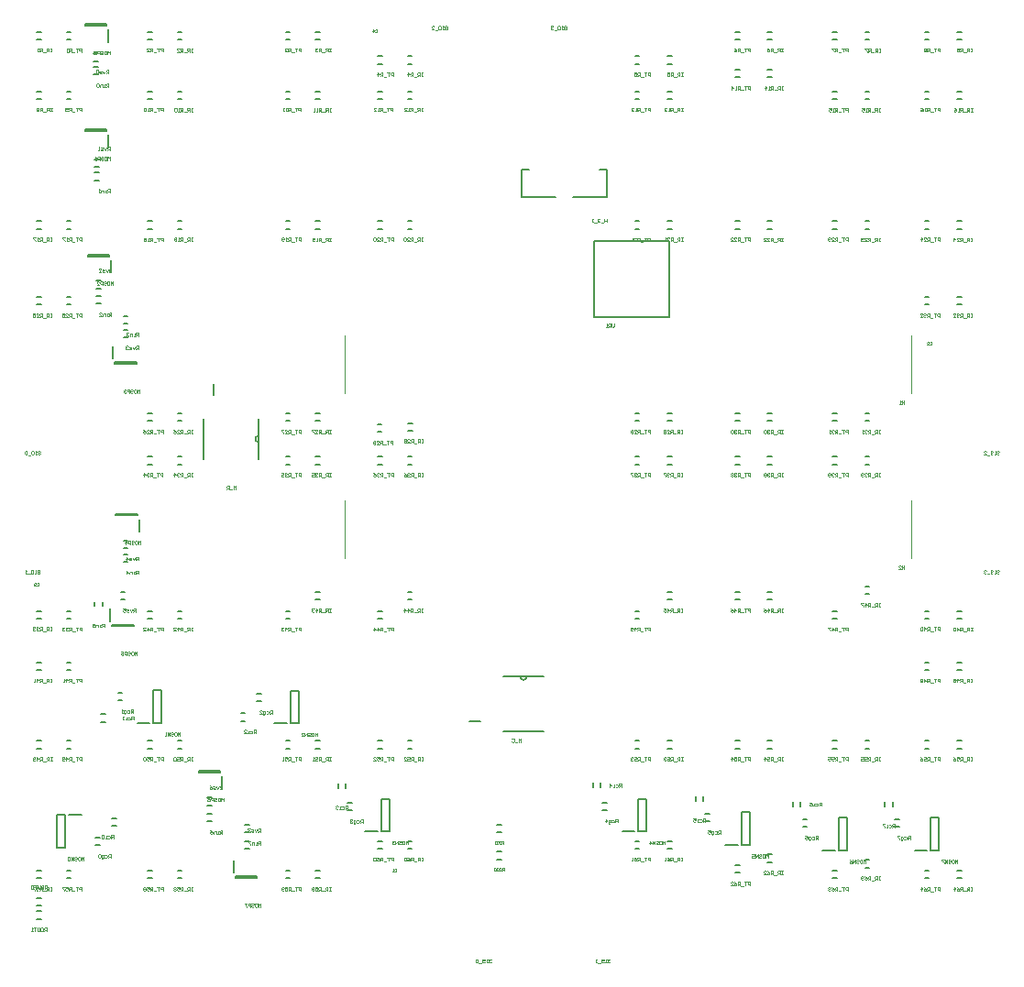
<source format=gbo>
G04 Layer_Color=32896*
%FSLAX25Y25*%
%MOIN*%
G70*
G01*
G75*
%ADD14C,0.00600*%
%ADD17C,0.00500*%
%ADD34C,0.00787*%
%ADD35C,0.00248*%
%ADD53C,0.00787*%
%ADD54C,0.00197*%
D14*
X95630Y189192D02*
G03*
X95630Y186792I0J-1200D01*
G01*
X190729Y101535D02*
G03*
X193129Y101535I1200J0D01*
G01*
X95630Y180592D02*
Y186792D01*
Y189192D01*
Y195392D01*
X75630Y180592D02*
Y195392D01*
X79230Y203792D02*
Y207792D01*
X193129Y101535D02*
X199329D01*
X190729D02*
X193129D01*
X184529D02*
X190729D01*
X184529Y81535D02*
X199329D01*
X172129Y85135D02*
X176129D01*
D17*
X217520Y232283D02*
Y259842D01*
X245079D01*
Y232283D02*
Y259842D01*
X217520Y232283D02*
X245079D01*
X209823Y275827D02*
X222165D01*
Y286063D01*
X219666D02*
X222165D01*
X191280D02*
X193878D01*
X191280Y275827D02*
Y286063D01*
Y275827D02*
X203524D01*
D34*
X86516Y30216D02*
Y34744D01*
X87205Y28838D02*
X95079D01*
Y28248D02*
Y28838D01*
X87205Y28248D02*
X95079D01*
X87205D02*
Y28838D01*
X82382Y60728D02*
Y65256D01*
X73819Y66634D02*
X81693D01*
X73819D02*
Y67224D01*
X81693D01*
Y66634D02*
Y67224D01*
X41634Y121752D02*
Y126280D01*
X42323Y120374D02*
X50197D01*
Y119784D02*
Y120374D01*
X42323Y119784D02*
X50197D01*
X42323D02*
Y120374D01*
X52264Y154232D02*
Y158760D01*
X43701Y160138D02*
X51575D01*
X43701D02*
Y160728D01*
X51575D01*
Y160138D02*
Y160728D01*
X42618Y217224D02*
Y221752D01*
X43307Y215846D02*
X51181D01*
Y215256D02*
Y215846D01*
X43307Y215256D02*
X51181D01*
X43307D02*
Y215846D01*
X42028Y248523D02*
Y253051D01*
X33465Y254429D02*
X41339D01*
X33465D02*
Y255019D01*
X41339D01*
Y254429D02*
Y255019D01*
X41043Y293996D02*
Y298524D01*
X32480Y299902D02*
X40354D01*
X32480D02*
Y300492D01*
X40354D01*
Y299902D02*
Y300492D01*
X41043Y332382D02*
Y336910D01*
X32480Y338288D02*
X40354D01*
X32480D02*
Y338878D01*
X40354D01*
Y338288D02*
Y338878D01*
X334153Y38385D02*
X338681D01*
X340059D02*
Y50197D01*
X343011D01*
Y38385D02*
Y50197D01*
X340059Y38385D02*
X343011D01*
X300689D02*
X305217D01*
X306595D02*
Y50197D01*
X309547D01*
Y38385D02*
Y50197D01*
X306595Y38385D02*
X309547D01*
X265256Y40354D02*
X269784D01*
X271162D02*
Y52166D01*
X274114D01*
Y40354D02*
Y52166D01*
X271162Y40354D02*
X274114D01*
X227854Y45275D02*
X232382D01*
X233760D02*
Y57087D01*
X236712D01*
Y45275D02*
Y57087D01*
X233760Y45275D02*
X236712D01*
X134350Y45275D02*
X138878D01*
X140256D02*
Y57087D01*
X143208D01*
Y45275D02*
Y57087D01*
X140256Y45275D02*
X143208D01*
X101378Y84580D02*
X105906D01*
X107284D02*
Y96392D01*
X110236D01*
Y84580D02*
Y96392D01*
X107284Y84580D02*
X110236D01*
X51476Y84645D02*
X56004D01*
X57382D02*
Y96457D01*
X60334D01*
Y84645D02*
Y96457D01*
X57382Y84645D02*
X60334D01*
X26673Y51182D02*
X31201D01*
X25295Y39370D02*
Y51182D01*
X22343Y39370D02*
X25295D01*
X22343D02*
Y51182D01*
X25295D01*
D35*
X127000Y144500D02*
Y165500D01*
X333000Y144500D02*
Y165500D01*
X127000Y204500D02*
Y225500D01*
X333000Y204500D02*
Y225500D01*
X330402Y141948D02*
Y140701D01*
Y141325D01*
X329571D01*
Y141948D01*
Y140701D01*
X328323D02*
X329155D01*
X328323Y141533D01*
Y141741D01*
X328531Y141948D01*
X328947D01*
X329155Y141741D01*
X330379Y201896D02*
Y200648D01*
Y201272D01*
X329547D01*
Y201896D01*
Y200648D01*
X329131D02*
X328715D01*
X328923D01*
Y201896D01*
X329131Y201688D01*
X87316Y169684D02*
Y170932D01*
X86900Y170516D01*
X86484Y170932D01*
Y169684D01*
X86068Y169476D02*
X85236D01*
X84820Y169684D02*
Y170932D01*
X84197D01*
X83989Y170724D01*
Y170308D01*
X84197Y170100D01*
X84820D01*
X84405D02*
X83989Y169684D01*
X224800Y229800D02*
Y228969D01*
X224384Y228553D01*
X223968Y228969D01*
Y229800D01*
X223552Y228553D02*
Y229800D01*
X222929D01*
X222721Y229592D01*
Y229177D01*
X222929Y228969D01*
X223552D01*
X223136D02*
X222721Y228553D01*
X222305D02*
X221889D01*
X222097D01*
Y229800D01*
X222305Y229592D01*
X71595Y175512D02*
X71179D01*
X71387D01*
Y174265D01*
X71595D01*
X71179D01*
X70556D02*
Y175512D01*
X69932D01*
X69724Y175304D01*
Y174888D01*
X69932Y174680D01*
X70556D01*
X70140D02*
X69724Y174265D01*
X69308Y174057D02*
X68476D01*
X68060Y174265D02*
Y175512D01*
X67436D01*
X67229Y175304D01*
Y174888D01*
X67436Y174680D01*
X68060D01*
X67644D02*
X67229Y174265D01*
X66813Y175304D02*
X66605Y175512D01*
X66189D01*
X65981Y175304D01*
Y175096D01*
X66189Y174888D01*
X66397D01*
X66189D01*
X65981Y174680D01*
Y174472D01*
X66189Y174265D01*
X66605D01*
X66813Y174472D01*
X64941Y174265D02*
Y175512D01*
X65565Y174888D01*
X64733D01*
X71600Y24942D02*
X71184D01*
X71392D01*
Y23695D01*
X71600D01*
X71184D01*
X70560D02*
Y24942D01*
X69937D01*
X69729Y24734D01*
Y24318D01*
X69937Y24110D01*
X70560D01*
X70144D02*
X69729Y23695D01*
X69313Y23486D02*
X68481D01*
X68065Y23695D02*
Y24942D01*
X67441D01*
X67233Y24734D01*
Y24318D01*
X67441Y24110D01*
X68065D01*
X67649D02*
X67233Y23695D01*
X65986Y24942D02*
X66817D01*
Y24318D01*
X66401Y24526D01*
X66194D01*
X65986Y24318D01*
Y23902D01*
X66194Y23695D01*
X66610D01*
X66817Y23902D01*
X65570Y24734D02*
X65362Y24942D01*
X64946D01*
X64738Y24734D01*
Y24526D01*
X64946Y24318D01*
X64738Y24110D01*
Y23902D01*
X64946Y23695D01*
X65362D01*
X65570Y23902D01*
Y24110D01*
X65362Y24318D01*
X65570Y24526D01*
Y24734D01*
X65362Y24318D02*
X64946D01*
X190967Y77773D02*
Y79021D01*
X190551Y78605D01*
X190135Y79021D01*
Y77773D01*
X189719Y77565D02*
X188888D01*
X187640Y78813D02*
X187848Y79021D01*
X188264D01*
X188472Y78813D01*
Y77981D01*
X188264Y77773D01*
X187848D01*
X187640Y77981D01*
X96243Y44975D02*
Y46222D01*
X95619D01*
X95411Y46014D01*
Y45599D01*
X95619Y45391D01*
X96243D01*
X95827D02*
X95411Y44975D01*
X94996Y45807D02*
X94580Y44975D01*
X94164Y45807D01*
X93748Y44975D02*
X93124D01*
X92916Y45183D01*
X93124Y45391D01*
X93540D01*
X93748Y45599D01*
X93540Y45807D01*
X92916D01*
X92500Y46222D02*
X91669D01*
Y46014D01*
X92500Y45183D01*
Y44975D01*
X82416Y60664D02*
Y61911D01*
X81793D01*
X81585Y61703D01*
Y61288D01*
X81793Y61080D01*
X82416D01*
X82001D02*
X81585Y60664D01*
X81169Y61496D02*
X80753Y60664D01*
X80337Y61496D01*
X79921Y60664D02*
X79298D01*
X79089Y60872D01*
X79298Y61080D01*
X79713D01*
X79921Y61288D01*
X79713Y61496D01*
X79089D01*
X77842Y61911D02*
X78258Y61703D01*
X78674Y61288D01*
Y60872D01*
X78466Y60664D01*
X78050D01*
X77842Y60872D01*
Y61080D01*
X78050Y61288D01*
X78674D01*
X50906Y125053D02*
Y126300D01*
X50282D01*
X50074Y126092D01*
Y125677D01*
X50282Y125469D01*
X50906D01*
X50490D02*
X50074Y125053D01*
X49658Y125884D02*
X49242Y125053D01*
X48826Y125884D01*
X48410Y125053D02*
X47786D01*
X47578Y125261D01*
X47786Y125469D01*
X48202D01*
X48410Y125677D01*
X48202Y125884D01*
X47578D01*
X46331Y126300D02*
X47163D01*
Y125677D01*
X46747Y125884D01*
X46539D01*
X46331Y125677D01*
Y125261D01*
X46539Y125053D01*
X46955D01*
X47163Y125261D01*
X51868Y143796D02*
Y145044D01*
X51245D01*
X51037Y144836D01*
Y144420D01*
X51245Y144212D01*
X51868D01*
X51453D02*
X51037Y143796D01*
X50621Y144628D02*
X50205Y143796D01*
X49789Y144628D01*
X49373Y143796D02*
X48749D01*
X48542Y144004D01*
X48749Y144212D01*
X49165D01*
X49373Y144420D01*
X49165Y144628D01*
X48542D01*
X47502Y143796D02*
Y145044D01*
X48126Y144420D01*
X47294D01*
X51890Y220536D02*
Y221784D01*
X51266D01*
X51058Y221576D01*
Y221160D01*
X51266Y220952D01*
X51890D01*
X51474D02*
X51058Y220536D01*
X50642Y221368D02*
X50226Y220536D01*
X49810Y221368D01*
X49395Y220536D02*
X48771D01*
X48563Y220744D01*
X48771Y220952D01*
X49187D01*
X49395Y221160D01*
X49187Y221368D01*
X48563D01*
X48147Y221576D02*
X47939Y221784D01*
X47523D01*
X47315Y221576D01*
Y221368D01*
X47523Y221160D01*
X47731D01*
X47523D01*
X47315Y220952D01*
Y220744D01*
X47523Y220536D01*
X47939D01*
X48147Y220744D01*
X42095Y248736D02*
Y249984D01*
X41471D01*
X41263Y249776D01*
Y249360D01*
X41471Y249152D01*
X42095D01*
X41679D02*
X41263Y248736D01*
X40848Y249568D02*
X40432Y248736D01*
X40016Y249568D01*
X39600Y248736D02*
X38976D01*
X38768Y248944D01*
X38976Y249152D01*
X39392D01*
X39600Y249360D01*
X39392Y249568D01*
X38768D01*
X37521Y248736D02*
X38352D01*
X37521Y249568D01*
Y249776D01*
X37729Y249984D01*
X38144D01*
X38352Y249776D01*
X41484Y293005D02*
Y294253D01*
X40860D01*
X40652Y294045D01*
Y293629D01*
X40860Y293421D01*
X41484D01*
X41068D02*
X40652Y293005D01*
X40236Y293837D02*
X39820Y293005D01*
X39404Y293837D01*
X38988Y293005D02*
X38364D01*
X38157Y293214D01*
X38364Y293421D01*
X38780D01*
X38988Y293629D01*
X38780Y293837D01*
X38157D01*
X37741Y293005D02*
X37325D01*
X37533D01*
Y294253D01*
X37741Y294045D01*
X41064Y320911D02*
Y322159D01*
X40440D01*
X40232Y321951D01*
Y321535D01*
X40440Y321327D01*
X41064D01*
X40648D02*
X40232Y320911D01*
X39816Y321743D02*
X39400Y320911D01*
X38984Y321743D01*
X38568Y320911D02*
X37945D01*
X37737Y321119D01*
X37945Y321327D01*
X38361D01*
X38568Y321535D01*
X38361Y321743D01*
X37737D01*
X37321Y321951D02*
X37113Y322159D01*
X36697D01*
X36489Y321951D01*
Y321119D01*
X36697Y320911D01*
X37113D01*
X37321Y321119D01*
Y321951D01*
X96243Y40375D02*
Y41622D01*
X95619D01*
X95411Y41414D01*
Y40999D01*
X95619Y40791D01*
X96243D01*
X95827D02*
X95411Y40375D01*
X94996D02*
X94580D01*
X94788D01*
Y41206D01*
X94996D01*
X93956Y40375D02*
Y41206D01*
X93332D01*
X93124Y40999D01*
Y40375D01*
X92708Y41622D02*
X91877D01*
Y41414D01*
X92708Y40583D01*
Y40375D01*
X82416Y44364D02*
Y45611D01*
X81793D01*
X81585Y45404D01*
Y44988D01*
X81793Y44780D01*
X82416D01*
X82001D02*
X81585Y44364D01*
X81169D02*
X80753D01*
X80961D01*
Y45195D01*
X81169D01*
X80129Y44364D02*
Y45195D01*
X79505D01*
X79298Y44988D01*
Y44364D01*
X78050Y45611D02*
X78466Y45404D01*
X78882Y44988D01*
Y44572D01*
X78674Y44364D01*
X78258D01*
X78050Y44572D01*
Y44780D01*
X78258Y44988D01*
X78882D01*
X39500Y119516D02*
Y120763D01*
X38876D01*
X38668Y120555D01*
Y120140D01*
X38876Y119932D01*
X39500D01*
X39084D02*
X38668Y119516D01*
X38252D02*
X37837D01*
X38044D01*
Y120347D01*
X38252D01*
X37213Y119516D02*
Y120347D01*
X36589D01*
X36381Y120140D01*
Y119516D01*
X35133Y120763D02*
X35965D01*
Y120140D01*
X35549Y120347D01*
X35341D01*
X35133Y120140D01*
Y119724D01*
X35341Y119516D01*
X35757D01*
X35965Y119724D01*
X51868Y138796D02*
Y140044D01*
X51245D01*
X51037Y139836D01*
Y139420D01*
X51245Y139212D01*
X51868D01*
X51453D02*
X51037Y138796D01*
X50621D02*
X50205D01*
X50413D01*
Y139628D01*
X50621D01*
X49581Y138796D02*
Y139628D01*
X48957D01*
X48749Y139420D01*
Y138796D01*
X47710D02*
Y140044D01*
X48334Y139420D01*
X47502D01*
X51890Y225436D02*
Y226684D01*
X51266D01*
X51058Y226476D01*
Y226060D01*
X51266Y225852D01*
X51890D01*
X51474D02*
X51058Y225436D01*
X50642D02*
X50226D01*
X50434D01*
Y226268D01*
X50642D01*
X49602Y225436D02*
Y226268D01*
X48979D01*
X48771Y226060D01*
Y225436D01*
X48355Y226476D02*
X48147Y226684D01*
X47731D01*
X47523Y226476D01*
Y226268D01*
X47731Y226060D01*
X47939D01*
X47731D01*
X47523Y225852D01*
Y225644D01*
X47731Y225436D01*
X48147D01*
X48355Y225644D01*
X42095Y232736D02*
Y233984D01*
X41471D01*
X41263Y233776D01*
Y233360D01*
X41471Y233152D01*
X42095D01*
X41679D02*
X41263Y232736D01*
X40848D02*
X40432D01*
X40640D01*
Y233568D01*
X40848D01*
X39808Y232736D02*
Y233568D01*
X39184D01*
X38976Y233360D01*
Y232736D01*
X37729D02*
X38560D01*
X37729Y233568D01*
Y233776D01*
X37936Y233984D01*
X38352D01*
X38560Y233776D01*
X41484Y277606D02*
Y278853D01*
X40860D01*
X40652Y278645D01*
Y278229D01*
X40860Y278021D01*
X41484D01*
X41068D02*
X40652Y277606D01*
X40236D02*
X39820D01*
X40028D01*
Y278437D01*
X40236D01*
X39196Y277606D02*
Y278437D01*
X38572D01*
X38364Y278229D01*
Y277606D01*
X37949D02*
X37533D01*
X37741D01*
Y278853D01*
X37949Y278645D01*
X41064Y316011D02*
Y317259D01*
X40440D01*
X40232Y317051D01*
Y316635D01*
X40440Y316427D01*
X41064D01*
X40648D02*
X40232Y316011D01*
X39816D02*
X39400D01*
X39608D01*
Y316843D01*
X39816D01*
X38776Y316011D02*
Y316843D01*
X38153D01*
X37945Y316635D01*
Y316011D01*
X37529Y317051D02*
X37321Y317259D01*
X36905D01*
X36697Y317051D01*
Y316219D01*
X36905Y316011D01*
X37321D01*
X37529Y316219D01*
Y317051D01*
X326869Y46716D02*
Y47963D01*
X326245D01*
X326037Y47755D01*
Y47340D01*
X326245Y47132D01*
X326869D01*
X326453D02*
X326037Y46716D01*
X324789Y47548D02*
X325413D01*
X325621Y47340D01*
Y46924D01*
X325413Y46716D01*
X324789D01*
X324373D02*
X323957D01*
X324165D01*
Y47548D01*
X324373D01*
X323334Y47963D02*
X322502D01*
Y47755D01*
X323334Y46924D01*
Y46716D01*
X300301Y54524D02*
Y55772D01*
X299677D01*
X299469Y55564D01*
Y55148D01*
X299677Y54940D01*
X300301D01*
X299885D02*
X299469Y54524D01*
X298221Y55356D02*
X298845D01*
X299053Y55148D01*
Y54732D01*
X298845Y54524D01*
X298221D01*
X297806D02*
X297390D01*
X297598D01*
Y55356D01*
X297806D01*
X295934Y55772D02*
X296350Y55564D01*
X296766Y55148D01*
Y54732D01*
X296558Y54524D01*
X296142D01*
X295934Y54732D01*
Y54940D01*
X296142Y55148D01*
X296766D01*
X258016Y48693D02*
Y49940D01*
X257393D01*
X257185Y49733D01*
Y49317D01*
X257393Y49109D01*
X258016D01*
X257601D02*
X257185Y48693D01*
X255937Y49525D02*
X256561D01*
X256769Y49317D01*
Y48901D01*
X256561Y48693D01*
X255937D01*
X255521D02*
X255105D01*
X255313D01*
Y49525D01*
X255521D01*
X253650Y49940D02*
X254482D01*
Y49317D01*
X254066Y49525D01*
X253858D01*
X253650Y49317D01*
Y48901D01*
X253858Y48693D01*
X254274D01*
X254482Y48901D01*
X227528Y61414D02*
Y62662D01*
X226905D01*
X226697Y62454D01*
Y62038D01*
X226905Y61830D01*
X227528D01*
X227113D02*
X226697Y61414D01*
X225449Y62246D02*
X226073D01*
X226281Y62038D01*
Y61622D01*
X226073Y61414D01*
X225449D01*
X225033D02*
X224617D01*
X224825D01*
Y62246D01*
X225033D01*
X223370Y61414D02*
Y62662D01*
X223993Y62038D01*
X223162D01*
X127968Y53354D02*
Y54602D01*
X127344D01*
X127136Y54394D01*
Y53978D01*
X127344Y53770D01*
X127968D01*
X127552D02*
X127136Y53354D01*
X125888Y54186D02*
X126512D01*
X126720Y53978D01*
Y53562D01*
X126512Y53354D01*
X125888D01*
X125473D02*
X125057D01*
X125265D01*
Y54186D01*
X125473D01*
X124433Y54394D02*
X124225Y54602D01*
X123809D01*
X123601Y54394D01*
Y54186D01*
X123809Y53978D01*
X124017D01*
X123809D01*
X123601Y53770D01*
Y53562D01*
X123809Y53354D01*
X124225D01*
X124433Y53562D01*
X94632Y80905D02*
Y82153D01*
X94008D01*
X93800Y81945D01*
Y81529D01*
X94008Y81321D01*
X94632D01*
X94216D02*
X93800Y80905D01*
X92553Y81737D02*
X93177D01*
X93385Y81529D01*
Y81113D01*
X93177Y80905D01*
X92553D01*
X92137D02*
X91721D01*
X91929D01*
Y81737D01*
X92137D01*
X90266Y80905D02*
X91097D01*
X90266Y81737D01*
Y81945D01*
X90474Y82153D01*
X90889D01*
X91097Y81945D01*
X50143Y85805D02*
Y87053D01*
X49519D01*
X49311Y86845D01*
Y86429D01*
X49519Y86221D01*
X50143D01*
X49727D02*
X49311Y85805D01*
X48063Y86637D02*
X48687D01*
X48895Y86429D01*
Y86014D01*
X48687Y85805D01*
X48063D01*
X47647D02*
X47231D01*
X47439D01*
Y86637D01*
X47647D01*
X46608Y85805D02*
X46192D01*
X46400D01*
Y87053D01*
X46608Y86845D01*
X42842Y42779D02*
Y44026D01*
X42218D01*
X42010Y43818D01*
Y43403D01*
X42218Y43195D01*
X42842D01*
X42426D02*
X42010Y42779D01*
X40762Y43611D02*
X41386D01*
X41594Y43403D01*
Y42987D01*
X41386Y42779D01*
X40762D01*
X40347D02*
X39931D01*
X40139D01*
Y43611D01*
X40347D01*
X39307Y43818D02*
X39099Y44026D01*
X38683D01*
X38475Y43818D01*
Y42987D01*
X38683Y42779D01*
X39099D01*
X39307Y42987D01*
Y43818D01*
X332434Y42370D02*
Y43618D01*
X331810D01*
X331602Y43410D01*
Y42994D01*
X331810Y42786D01*
X332434D01*
X332018D02*
X331602Y42370D01*
X330354Y43202D02*
X330978D01*
X331186Y42994D01*
Y42578D01*
X330978Y42370D01*
X330354D01*
X329523Y41954D02*
X329315D01*
X329107Y42162D01*
Y43202D01*
X329731D01*
X329939Y42994D01*
Y42578D01*
X329731Y42370D01*
X329107D01*
X328691Y43618D02*
X327859D01*
Y43410D01*
X328691Y42578D01*
Y42370D01*
X299002Y42420D02*
Y43667D01*
X298378D01*
X298170Y43459D01*
Y43044D01*
X298378Y42836D01*
X299002D01*
X298586D02*
X298170Y42420D01*
X296922Y43251D02*
X297546D01*
X297754Y43044D01*
Y42628D01*
X297546Y42420D01*
X296922D01*
X296091Y42004D02*
X295883D01*
X295675Y42212D01*
Y43251D01*
X296299D01*
X296507Y43044D01*
Y42628D01*
X296299Y42420D01*
X295675D01*
X294427Y43667D02*
X294843Y43459D01*
X295259Y43044D01*
Y42628D01*
X295051Y42420D01*
X294635D01*
X294427Y42628D01*
Y42836D01*
X294635Y43044D01*
X295259D01*
X263572Y44329D02*
Y45577D01*
X262948D01*
X262740Y45369D01*
Y44953D01*
X262948Y44745D01*
X263572D01*
X263156D02*
X262740Y44329D01*
X261492Y45161D02*
X262116D01*
X262324Y44953D01*
Y44537D01*
X262116Y44329D01*
X261492D01*
X260661Y43913D02*
X260453D01*
X260245Y44121D01*
Y45161D01*
X260869D01*
X261076Y44953D01*
Y44537D01*
X260869Y44329D01*
X260245D01*
X258997Y45577D02*
X259829D01*
Y44953D01*
X259413Y45161D01*
X259205D01*
X258997Y44953D01*
Y44537D01*
X259205Y44329D01*
X259621D01*
X259829Y44537D01*
X226134Y48488D02*
Y49736D01*
X225510D01*
X225302Y49528D01*
Y49112D01*
X225510Y48904D01*
X226134D01*
X225718D02*
X225302Y48488D01*
X224055Y49320D02*
X224678D01*
X224886Y49112D01*
Y48696D01*
X224678Y48488D01*
X224055D01*
X223223Y48072D02*
X223015D01*
X222807Y48280D01*
Y49320D01*
X223431D01*
X223639Y49112D01*
Y48696D01*
X223431Y48488D01*
X222807D01*
X221767D02*
Y49736D01*
X222391Y49112D01*
X221559D01*
X133447Y48344D02*
Y49591D01*
X132824D01*
X132616Y49383D01*
Y48967D01*
X132824Y48760D01*
X133447D01*
X133031D02*
X132616Y48344D01*
X131368Y49175D02*
X131992D01*
X132200Y48967D01*
Y48552D01*
X131992Y48344D01*
X131368D01*
X130536Y47928D02*
X130328D01*
X130120Y48136D01*
Y49175D01*
X130744D01*
X130952Y48967D01*
Y48552D01*
X130744Y48344D01*
X130120D01*
X129704Y49383D02*
X129497Y49591D01*
X129081D01*
X128873Y49383D01*
Y49175D01*
X129081Y48967D01*
X129289D01*
X129081D01*
X128873Y48760D01*
Y48552D01*
X129081Y48344D01*
X129497D01*
X129704Y48552D01*
X100532Y88006D02*
Y89253D01*
X99909D01*
X99700Y89045D01*
Y88629D01*
X99909Y88421D01*
X100532D01*
X100116D02*
X99700Y88006D01*
X98453Y88837D02*
X99077D01*
X99285Y88629D01*
Y88213D01*
X99077Y88006D01*
X98453D01*
X97621Y87590D02*
X97413D01*
X97205Y87798D01*
Y88837D01*
X97829D01*
X98037Y88629D01*
Y88213D01*
X97829Y88006D01*
X97205D01*
X95958D02*
X96789D01*
X95958Y88837D01*
Y89045D01*
X96166Y89253D01*
X96582D01*
X96789Y89045D01*
X49942Y88406D02*
Y89653D01*
X49319D01*
X49111Y89445D01*
Y89029D01*
X49319Y88821D01*
X49942D01*
X49527D02*
X49111Y88406D01*
X47863Y89237D02*
X48487D01*
X48695Y89029D01*
Y88613D01*
X48487Y88406D01*
X47863D01*
X47031Y87990D02*
X46823D01*
X46615Y88198D01*
Y89237D01*
X47239D01*
X47447Y89029D01*
Y88613D01*
X47239Y88406D01*
X46615D01*
X46200D02*
X45784D01*
X45992D01*
Y89653D01*
X46200Y89445D01*
X41842Y35679D02*
Y36926D01*
X41218D01*
X41010Y36718D01*
Y36303D01*
X41218Y36095D01*
X41842D01*
X41426D02*
X41010Y35679D01*
X39762Y36511D02*
X40386D01*
X40594Y36303D01*
Y35887D01*
X40386Y35679D01*
X39762D01*
X38931Y35263D02*
X38723D01*
X38515Y35471D01*
Y36511D01*
X39138D01*
X39347Y36303D01*
Y35887D01*
X39138Y35679D01*
X38515D01*
X38099Y36718D02*
X37891Y36926D01*
X37475D01*
X37267Y36718D01*
Y35887D01*
X37475Y35679D01*
X37891D01*
X38099Y35887D01*
Y36718D01*
X343300Y23653D02*
Y24900D01*
X342676D01*
X342468Y24692D01*
Y24277D01*
X342676Y24069D01*
X343300D01*
X342052Y24900D02*
X341221D01*
X341636D01*
Y23653D01*
X340805Y23445D02*
X339973D01*
X339557Y23653D02*
Y24900D01*
X338933D01*
X338725Y24692D01*
Y24277D01*
X338933Y24069D01*
X339557D01*
X339141D02*
X338725Y23653D01*
X337478Y24900D02*
X337894Y24692D01*
X338310Y24277D01*
Y23861D01*
X338102Y23653D01*
X337686D01*
X337478Y23861D01*
Y24069D01*
X337686Y24277D01*
X338310D01*
X336438Y23653D02*
Y24900D01*
X337062Y24277D01*
X336230D01*
X309817Y23684D02*
Y24932D01*
X309193D01*
X308985Y24724D01*
Y24308D01*
X309193Y24100D01*
X309817D01*
X308569Y24932D02*
X307737D01*
X308153D01*
Y23684D01*
X307321Y23476D02*
X306489D01*
X306074Y23684D02*
Y24932D01*
X305450D01*
X305242Y24724D01*
Y24308D01*
X305450Y24100D01*
X306074D01*
X305658D02*
X305242Y23684D01*
X303994Y24932D02*
X304410Y24724D01*
X304826Y24308D01*
Y23892D01*
X304618Y23684D01*
X304202D01*
X303994Y23892D01*
Y24100D01*
X304202Y24308D01*
X304826D01*
X303578Y24724D02*
X303370Y24932D01*
X302955D01*
X302747Y24724D01*
Y24516D01*
X302955Y24308D01*
X303163D01*
X302955D01*
X302747Y24100D01*
Y23892D01*
X302955Y23684D01*
X303370D01*
X303578Y23892D01*
X274359Y25653D02*
Y26900D01*
X273735D01*
X273527Y26692D01*
Y26277D01*
X273735Y26069D01*
X274359D01*
X273111Y26900D02*
X272280D01*
X272696D01*
Y25653D01*
X271864Y25445D02*
X271032D01*
X270616Y25653D02*
Y26900D01*
X269992D01*
X269784Y26692D01*
Y26277D01*
X269992Y26069D01*
X270616D01*
X270200D02*
X269784Y25653D01*
X268537Y26900D02*
X268953Y26692D01*
X269369Y26277D01*
Y25861D01*
X269161Y25653D01*
X268745D01*
X268537Y25861D01*
Y26069D01*
X268745Y26277D01*
X269369D01*
X267289Y25653D02*
X268121D01*
X267289Y26485D01*
Y26692D01*
X267497Y26900D01*
X267913D01*
X268121Y26692D01*
X237970Y34500D02*
Y35748D01*
X237346D01*
X237138Y35540D01*
Y35124D01*
X237346Y34916D01*
X237970D01*
X236722Y35748D02*
X235891D01*
X236307D01*
Y34500D01*
X235475Y34292D02*
X234643D01*
X234227Y34500D02*
Y35748D01*
X233603D01*
X233396Y35540D01*
Y35124D01*
X233603Y34916D01*
X234227D01*
X233811D02*
X233396Y34500D01*
X232148Y35748D02*
X232564Y35540D01*
X232980Y35124D01*
Y34708D01*
X232772Y34500D01*
X232356D01*
X232148Y34708D01*
Y34916D01*
X232356Y35124D01*
X232980D01*
X231732Y34500D02*
X231316D01*
X231524D01*
Y35748D01*
X231732Y35540D01*
X144442Y34528D02*
Y35775D01*
X143819D01*
X143611Y35567D01*
Y35151D01*
X143819Y34943D01*
X144442D01*
X143195Y35775D02*
X142363D01*
X142779D01*
Y34528D01*
X141947Y34320D02*
X141115D01*
X140700Y34528D02*
Y35775D01*
X140076D01*
X139868Y35567D01*
Y35151D01*
X140076Y34943D01*
X140700D01*
X140284D02*
X139868Y34528D01*
X138620Y35775D02*
X139036Y35567D01*
X139452Y35151D01*
Y34736D01*
X139244Y34528D01*
X138828D01*
X138620Y34736D01*
Y34943D01*
X138828Y35151D01*
X139452D01*
X138204Y35567D02*
X137996Y35775D01*
X137581D01*
X137373Y35567D01*
Y34736D01*
X137581Y34528D01*
X137996D01*
X138204Y34736D01*
Y35567D01*
X111021Y23684D02*
Y24932D01*
X110397D01*
X110189Y24724D01*
Y24308D01*
X110397Y24100D01*
X111021D01*
X109773Y24932D02*
X108942D01*
X109358D01*
Y23684D01*
X108526Y23476D02*
X107694D01*
X107278Y23684D02*
Y24932D01*
X106654D01*
X106446Y24724D01*
Y24308D01*
X106654Y24100D01*
X107278D01*
X106862D02*
X106446Y23684D01*
X105199Y24932D02*
X106030D01*
Y24308D01*
X105615Y24516D01*
X105407D01*
X105199Y24308D01*
Y23892D01*
X105407Y23684D01*
X105823D01*
X106030Y23892D01*
X104783D02*
X104575Y23684D01*
X104159D01*
X103951Y23892D01*
Y24724D01*
X104159Y24932D01*
X104575D01*
X104783Y24724D01*
Y24516D01*
X104575Y24308D01*
X103951D01*
X60816Y23700D02*
Y24948D01*
X60192D01*
X59984Y24740D01*
Y24324D01*
X60192Y24116D01*
X60816D01*
X59568Y24948D02*
X58736D01*
X59152D01*
Y23700D01*
X58320Y23492D02*
X57489D01*
X57073Y23700D02*
Y24948D01*
X56449D01*
X56241Y24740D01*
Y24324D01*
X56449Y24116D01*
X57073D01*
X56657D02*
X56241Y23700D01*
X54993Y24948D02*
X55825D01*
Y24324D01*
X55409Y24532D01*
X55201D01*
X54993Y24324D01*
Y23908D01*
X55201Y23700D01*
X55617D01*
X55825Y23908D01*
X54578Y24740D02*
X54370Y24948D01*
X53954D01*
X53746Y24740D01*
Y24532D01*
X53954Y24324D01*
X53746Y24116D01*
Y23908D01*
X53954Y23700D01*
X54370D01*
X54578Y23908D01*
Y24116D01*
X54370Y24324D01*
X54578Y24532D01*
Y24740D01*
X54370Y24324D02*
X53954D01*
X31200Y23700D02*
Y24948D01*
X30576D01*
X30368Y24740D01*
Y24324D01*
X30576Y24116D01*
X31200D01*
X29952Y24948D02*
X29121D01*
X29537D01*
Y23700D01*
X28705Y23492D02*
X27873D01*
X27457Y23700D02*
Y24948D01*
X26833D01*
X26625Y24740D01*
Y24324D01*
X26833Y24116D01*
X27457D01*
X27041D02*
X26625Y23700D01*
X25378Y24948D02*
X26210D01*
Y24324D01*
X25794Y24532D01*
X25586D01*
X25378Y24324D01*
Y23908D01*
X25586Y23700D01*
X26002D01*
X26210Y23908D01*
X24962Y24948D02*
X24130D01*
Y24740D01*
X24962Y23908D01*
Y23700D01*
X343284Y70900D02*
Y72148D01*
X342660D01*
X342453Y71940D01*
Y71524D01*
X342660Y71316D01*
X343284D01*
X342037Y72148D02*
X341205D01*
X341621D01*
Y70900D01*
X340789Y70692D02*
X339957D01*
X339541Y70900D02*
Y72148D01*
X338917D01*
X338710Y71940D01*
Y71524D01*
X338917Y71316D01*
X339541D01*
X339125D02*
X338710Y70900D01*
X337462Y72148D02*
X338294D01*
Y71524D01*
X337878Y71732D01*
X337670D01*
X337462Y71524D01*
Y71108D01*
X337670Y70900D01*
X338086D01*
X338294Y71108D01*
X336214Y72148D02*
X336630Y71940D01*
X337046Y71524D01*
Y71108D01*
X336838Y70900D01*
X336422D01*
X336214Y71108D01*
Y71316D01*
X336422Y71524D01*
X337046D01*
X309832Y70921D02*
Y72169D01*
X309208D01*
X309000Y71961D01*
Y71545D01*
X309208Y71337D01*
X309832D01*
X308585Y72169D02*
X307753D01*
X308169D01*
Y70921D01*
X307337Y70713D02*
X306505D01*
X306089Y70921D02*
Y72169D01*
X305466D01*
X305258Y71961D01*
Y71545D01*
X305466Y71337D01*
X306089D01*
X305674D02*
X305258Y70921D01*
X304010Y72169D02*
X304842D01*
Y71545D01*
X304426Y71753D01*
X304218D01*
X304010Y71545D01*
Y71129D01*
X304218Y70921D01*
X304634D01*
X304842Y71129D01*
X302762Y72169D02*
X303594D01*
Y71545D01*
X303178Y71753D01*
X302970D01*
X302762Y71545D01*
Y71129D01*
X302970Y70921D01*
X303386D01*
X303594Y71129D01*
X274359Y70953D02*
Y72200D01*
X273735D01*
X273527Y71992D01*
Y71577D01*
X273735Y71369D01*
X274359D01*
X273111Y72200D02*
X272280D01*
X272696D01*
Y70953D01*
X271864Y70745D02*
X271032D01*
X270616Y70953D02*
Y72200D01*
X269992D01*
X269784Y71992D01*
Y71577D01*
X269992Y71369D01*
X270616D01*
X270200D02*
X269784Y70953D01*
X268537Y72200D02*
X269369D01*
Y71577D01*
X268953Y71785D01*
X268745D01*
X268537Y71577D01*
Y71161D01*
X268745Y70953D01*
X269161D01*
X269369Y71161D01*
X267497Y70953D02*
Y72200D01*
X268121Y71577D01*
X267289D01*
X237986Y70884D02*
Y72132D01*
X237362D01*
X237154Y71924D01*
Y71508D01*
X237362Y71300D01*
X237986D01*
X236738Y72132D02*
X235907D01*
X236322D01*
Y70884D01*
X235491Y70676D02*
X234659D01*
X234243Y70884D02*
Y72132D01*
X233619D01*
X233411Y71924D01*
Y71508D01*
X233619Y71300D01*
X234243D01*
X233827D02*
X233411Y70884D01*
X232164Y72132D02*
X232995D01*
Y71508D01*
X232579Y71716D01*
X232371D01*
X232164Y71508D01*
Y71092D01*
X232371Y70884D01*
X232787D01*
X232995Y71092D01*
X231748Y71924D02*
X231540Y72132D01*
X231124D01*
X230916Y71924D01*
Y71716D01*
X231124Y71508D01*
X231332D01*
X231124D01*
X230916Y71300D01*
Y71092D01*
X231124Y70884D01*
X231540D01*
X231748Y71092D01*
X144475Y70961D02*
Y72208D01*
X143851D01*
X143643Y72000D01*
Y71584D01*
X143851Y71377D01*
X144475D01*
X143227Y72208D02*
X142395D01*
X142811D01*
Y70961D01*
X141980Y70753D02*
X141148D01*
X140732Y70961D02*
Y72208D01*
X140108D01*
X139900Y72000D01*
Y71584D01*
X140108Y71377D01*
X140732D01*
X140316D02*
X139900Y70961D01*
X138653Y72208D02*
X139484D01*
Y71584D01*
X139068Y71792D01*
X138860D01*
X138653Y71584D01*
Y71169D01*
X138860Y70961D01*
X139276D01*
X139484Y71169D01*
X137405Y70961D02*
X138237D01*
X137405Y71792D01*
Y72000D01*
X137613Y72208D01*
X138029D01*
X138237Y72000D01*
X110953Y70953D02*
Y72200D01*
X110329D01*
X110121Y71992D01*
Y71577D01*
X110329Y71369D01*
X110953D01*
X109705Y72200D02*
X108873D01*
X109289D01*
Y70953D01*
X108458Y70745D02*
X107626D01*
X107210Y70953D02*
Y72200D01*
X106586D01*
X106378Y71992D01*
Y71577D01*
X106586Y71369D01*
X107210D01*
X106794D02*
X106378Y70953D01*
X105131Y72200D02*
X105962D01*
Y71577D01*
X105546Y71785D01*
X105338D01*
X105131Y71577D01*
Y71161D01*
X105338Y70953D01*
X105754D01*
X105962Y71161D01*
X104715Y70953D02*
X104299D01*
X104507D01*
Y72200D01*
X104715Y71992D01*
X60769Y70953D02*
Y72200D01*
X60145D01*
X59937Y71992D01*
Y71577D01*
X60145Y71369D01*
X60769D01*
X59521Y72200D02*
X58689D01*
X59105D01*
Y70953D01*
X58273Y70745D02*
X57442D01*
X57026Y70953D02*
Y72200D01*
X56402D01*
X56194Y71992D01*
Y71577D01*
X56402Y71369D01*
X57026D01*
X56610D02*
X56194Y70953D01*
X54946Y72200D02*
X55778D01*
Y71577D01*
X55362Y71785D01*
X55154D01*
X54946Y71577D01*
Y71161D01*
X55154Y70953D01*
X55570D01*
X55778Y71161D01*
X54530Y71992D02*
X54322Y72200D01*
X53907D01*
X53699Y71992D01*
Y71161D01*
X53907Y70953D01*
X54322D01*
X54530Y71161D01*
Y71992D01*
X31231Y70868D02*
Y72116D01*
X30608D01*
X30400Y71908D01*
Y71492D01*
X30608Y71284D01*
X31231D01*
X29984Y72116D02*
X29152D01*
X29568D01*
Y70868D01*
X28736Y70661D02*
X27904D01*
X27489Y70868D02*
Y72116D01*
X26865D01*
X26657Y71908D01*
Y71492D01*
X26865Y71284D01*
X27489D01*
X27073D02*
X26657Y70868D01*
X25617D02*
Y72116D01*
X26241Y71492D01*
X25409D01*
X24993Y71076D02*
X24785Y70868D01*
X24370D01*
X24162Y71076D01*
Y71908D01*
X24370Y72116D01*
X24785D01*
X24993Y71908D01*
Y71700D01*
X24785Y71492D01*
X24162D01*
X343284Y99452D02*
Y100700D01*
X342660D01*
X342453Y100492D01*
Y100076D01*
X342660Y99868D01*
X343284D01*
X342037Y100700D02*
X341205D01*
X341621D01*
Y99452D01*
X340789Y99244D02*
X339957D01*
X339541Y99452D02*
Y100700D01*
X338917D01*
X338710Y100492D01*
Y100076D01*
X338917Y99868D01*
X339541D01*
X339125D02*
X338710Y99452D01*
X337670D02*
Y100700D01*
X338294Y100076D01*
X337462D01*
X337046Y100492D02*
X336838Y100700D01*
X336422D01*
X336214Y100492D01*
Y100284D01*
X336422Y100076D01*
X336214Y99868D01*
Y99660D01*
X336422Y99452D01*
X336838D01*
X337046Y99660D01*
Y99868D01*
X336838Y100076D01*
X337046Y100284D01*
Y100492D01*
X336838Y100076D02*
X336422D01*
X309832Y118137D02*
Y119385D01*
X309208D01*
X309000Y119177D01*
Y118761D01*
X309208Y118553D01*
X309832D01*
X308585Y119385D02*
X307753D01*
X308169D01*
Y118137D01*
X307337Y117929D02*
X306505D01*
X306089Y118137D02*
Y119385D01*
X305466D01*
X305258Y119177D01*
Y118761D01*
X305466Y118553D01*
X306089D01*
X305674D02*
X305258Y118137D01*
X304218D02*
Y119385D01*
X304842Y118761D01*
X304010D01*
X303594Y119385D02*
X302762D01*
Y119177D01*
X303594Y118345D01*
Y118137D01*
X274375Y125058D02*
Y126306D01*
X273751D01*
X273543Y126098D01*
Y125682D01*
X273751Y125474D01*
X274375D01*
X273127Y126306D02*
X272295D01*
X272711D01*
Y125058D01*
X271880Y124850D02*
X271048D01*
X270632Y125058D02*
Y126306D01*
X270008D01*
X269800Y126098D01*
Y125682D01*
X270008Y125474D01*
X270632D01*
X270216D02*
X269800Y125058D01*
X268760D02*
Y126306D01*
X269384Y125682D01*
X268552D01*
X267305Y126306D02*
X267721Y126098D01*
X268137Y125682D01*
Y125266D01*
X267929Y125058D01*
X267513D01*
X267305Y125266D01*
Y125474D01*
X267513Y125682D01*
X268137D01*
X237891Y118168D02*
Y119416D01*
X237267D01*
X237060Y119208D01*
Y118792D01*
X237267Y118584D01*
X237891D01*
X236644Y119416D02*
X235812D01*
X236228D01*
Y118168D01*
X235396Y117961D02*
X234564D01*
X234149Y118168D02*
Y119416D01*
X233525D01*
X233317Y119208D01*
Y118792D01*
X233525Y118584D01*
X234149D01*
X233733D02*
X233317Y118168D01*
X232277D02*
Y119416D01*
X232901Y118792D01*
X232069D01*
X230821Y119416D02*
X231653D01*
Y118792D01*
X231237Y119000D01*
X231029D01*
X230821Y118792D01*
Y118376D01*
X231029Y118168D01*
X231445D01*
X231653Y118376D01*
X144447Y118148D02*
Y119396D01*
X143823D01*
X143615Y119188D01*
Y118772D01*
X143823Y118564D01*
X144447D01*
X143200Y119396D02*
X142368D01*
X142784D01*
Y118148D01*
X141952Y117940D02*
X141120D01*
X140704Y118148D02*
Y119396D01*
X140080D01*
X139873Y119188D01*
Y118772D01*
X140080Y118564D01*
X140704D01*
X140288D02*
X139873Y118148D01*
X138833D02*
Y119396D01*
X139457Y118772D01*
X138625D01*
X137585Y118148D02*
Y119396D01*
X138209Y118772D01*
X137377D01*
X110968Y118184D02*
Y119432D01*
X110345D01*
X110137Y119224D01*
Y118808D01*
X110345Y118600D01*
X110968D01*
X109721Y119432D02*
X108889D01*
X109305D01*
Y118184D01*
X108473Y117976D02*
X107641D01*
X107226Y118184D02*
Y119432D01*
X106602D01*
X106394Y119224D01*
Y118808D01*
X106602Y118600D01*
X107226D01*
X106810D02*
X106394Y118184D01*
X105354D02*
Y119432D01*
X105978Y118808D01*
X105146D01*
X104730Y119224D02*
X104522Y119432D01*
X104106D01*
X103899Y119224D01*
Y119016D01*
X104106Y118808D01*
X104314D01*
X104106D01*
X103899Y118600D01*
Y118392D01*
X104106Y118184D01*
X104522D01*
X104730Y118392D01*
X60769Y118127D02*
Y119374D01*
X60145D01*
X59937Y119167D01*
Y118751D01*
X60145Y118543D01*
X60769D01*
X59521Y119374D02*
X58689D01*
X59105D01*
Y118127D01*
X58273Y117919D02*
X57442D01*
X57026Y118127D02*
Y119374D01*
X56402D01*
X56194Y119167D01*
Y118751D01*
X56402Y118543D01*
X57026D01*
X56610D02*
X56194Y118127D01*
X55154D02*
Y119374D01*
X55778Y118751D01*
X54946D01*
X53699Y118127D02*
X54530D01*
X53699Y118958D01*
Y119167D01*
X53907Y119374D01*
X54322D01*
X54530Y119167D01*
X31247Y99505D02*
Y100752D01*
X30623D01*
X30415Y100544D01*
Y100128D01*
X30623Y99921D01*
X31247D01*
X30000Y100752D02*
X29168D01*
X29584D01*
Y99505D01*
X28752Y99297D02*
X27920D01*
X27504Y99505D02*
Y100752D01*
X26880D01*
X26673Y100544D01*
Y100128D01*
X26880Y99921D01*
X27504D01*
X27088D02*
X26673Y99505D01*
X25633D02*
Y100752D01*
X26257Y100128D01*
X25425D01*
X25009Y99505D02*
X24593D01*
X24801D01*
Y100752D01*
X25009Y100544D01*
X343300Y118200D02*
Y119448D01*
X342676D01*
X342468Y119240D01*
Y118824D01*
X342676Y118616D01*
X343300D01*
X342052Y119448D02*
X341221D01*
X341636D01*
Y118200D01*
X340805Y117992D02*
X339973D01*
X339557Y118200D02*
Y119448D01*
X338933D01*
X338725Y119240D01*
Y118824D01*
X338933Y118616D01*
X339557D01*
X339141D02*
X338725Y118200D01*
X337686D02*
Y119448D01*
X338310Y118824D01*
X337478D01*
X337062Y119240D02*
X336854Y119448D01*
X336438D01*
X336230Y119240D01*
Y118408D01*
X336438Y118200D01*
X336854D01*
X337062Y118408D01*
Y119240D01*
X309832Y174268D02*
Y175516D01*
X309208D01*
X309000Y175308D01*
Y174892D01*
X309208Y174684D01*
X309832D01*
X308585Y175516D02*
X307753D01*
X308169D01*
Y174268D01*
X307337Y174061D02*
X306505D01*
X306089Y174268D02*
Y175516D01*
X305466D01*
X305258Y175308D01*
Y174892D01*
X305466Y174684D01*
X306089D01*
X305674D02*
X305258Y174268D01*
X304842Y175308D02*
X304634Y175516D01*
X304218D01*
X304010Y175308D01*
Y175100D01*
X304218Y174892D01*
X304426D01*
X304218D01*
X304010Y174684D01*
Y174476D01*
X304218Y174268D01*
X304634D01*
X304842Y174476D01*
X303594D02*
X303386Y174268D01*
X302970D01*
X302762Y174476D01*
Y175308D01*
X302970Y175516D01*
X303386D01*
X303594Y175308D01*
Y175100D01*
X303386Y174892D01*
X302762D01*
X274375Y174284D02*
Y175532D01*
X273751D01*
X273543Y175324D01*
Y174908D01*
X273751Y174700D01*
X274375D01*
X273127Y175532D02*
X272295D01*
X272711D01*
Y174284D01*
X271880Y174076D02*
X271048D01*
X270632Y174284D02*
Y175532D01*
X270008D01*
X269800Y175324D01*
Y174908D01*
X270008Y174700D01*
X270632D01*
X270216D02*
X269800Y174284D01*
X269384Y175324D02*
X269176Y175532D01*
X268760D01*
X268552Y175324D01*
Y175116D01*
X268760Y174908D01*
X268968D01*
X268760D01*
X268552Y174700D01*
Y174492D01*
X268760Y174284D01*
X269176D01*
X269384Y174492D01*
X268137Y175324D02*
X267929Y175532D01*
X267513D01*
X267305Y175324D01*
Y175116D01*
X267513Y174908D01*
X267305Y174700D01*
Y174492D01*
X267513Y174284D01*
X267929D01*
X268137Y174492D01*
Y174700D01*
X267929Y174908D01*
X268137Y175116D01*
Y175324D01*
X267929Y174908D02*
X267513D01*
X237986Y174253D02*
Y175500D01*
X237362D01*
X237154Y175292D01*
Y174876D01*
X237362Y174669D01*
X237986D01*
X236738Y175500D02*
X235907D01*
X236322D01*
Y174253D01*
X235491Y174045D02*
X234659D01*
X234243Y174253D02*
Y175500D01*
X233619D01*
X233411Y175292D01*
Y174876D01*
X233619Y174669D01*
X234243D01*
X233827D02*
X233411Y174253D01*
X232995Y175292D02*
X232787Y175500D01*
X232371D01*
X232164Y175292D01*
Y175084D01*
X232371Y174876D01*
X232579D01*
X232371D01*
X232164Y174669D01*
Y174461D01*
X232371Y174253D01*
X232787D01*
X232995Y174461D01*
X231748Y175500D02*
X230916D01*
Y175292D01*
X231748Y174461D01*
Y174253D01*
X144468Y174300D02*
Y175548D01*
X143845D01*
X143637Y175340D01*
Y174924D01*
X143845Y174716D01*
X144468D01*
X143221Y175548D02*
X142389D01*
X142805D01*
Y174300D01*
X141973Y174092D02*
X141141D01*
X140726Y174300D02*
Y175548D01*
X140102D01*
X139894Y175340D01*
Y174924D01*
X140102Y174716D01*
X140726D01*
X140310D02*
X139894Y174300D01*
X139478Y175340D02*
X139270Y175548D01*
X138854D01*
X138646Y175340D01*
Y175132D01*
X138854Y174924D01*
X139062D01*
X138854D01*
X138646Y174716D01*
Y174508D01*
X138854Y174300D01*
X139270D01*
X139478Y174508D01*
X137399Y175548D02*
X137814Y175340D01*
X138230Y174924D01*
Y174508D01*
X138022Y174300D01*
X137607D01*
X137399Y174508D01*
Y174716D01*
X137607Y174924D01*
X138230D01*
X110953Y174232D02*
Y175479D01*
X110329D01*
X110121Y175271D01*
Y174855D01*
X110329Y174647D01*
X110953D01*
X109705Y175479D02*
X108873D01*
X109289D01*
Y174232D01*
X108457Y174024D02*
X107626D01*
X107210Y174232D02*
Y175479D01*
X106586D01*
X106378Y175271D01*
Y174855D01*
X106586Y174647D01*
X107210D01*
X106794D02*
X106378Y174232D01*
X105962Y175271D02*
X105754Y175479D01*
X105338D01*
X105130Y175271D01*
Y175063D01*
X105338Y174855D01*
X105546D01*
X105338D01*
X105130Y174647D01*
Y174439D01*
X105338Y174232D01*
X105754D01*
X105962Y174439D01*
X103883Y175479D02*
X104715D01*
Y174855D01*
X104299Y175063D01*
X104091D01*
X103883Y174855D01*
Y174439D01*
X104091Y174232D01*
X104507D01*
X104715Y174439D01*
X60753Y174253D02*
Y175500D01*
X60129D01*
X59921Y175293D01*
Y174877D01*
X60129Y174669D01*
X60753D01*
X59505Y175500D02*
X58673D01*
X59089D01*
Y174253D01*
X58258Y174045D02*
X57426D01*
X57010Y174253D02*
Y175500D01*
X56386D01*
X56178Y175293D01*
Y174877D01*
X56386Y174669D01*
X57010D01*
X56594D02*
X56178Y174253D01*
X55762Y175293D02*
X55554Y175500D01*
X55138D01*
X54931Y175293D01*
Y175084D01*
X55138Y174877D01*
X55346D01*
X55138D01*
X54931Y174669D01*
Y174461D01*
X55138Y174253D01*
X55554D01*
X55762Y174461D01*
X53891Y174253D02*
Y175500D01*
X54515Y174877D01*
X53683D01*
X31284Y118179D02*
Y119426D01*
X30660D01*
X30452Y119218D01*
Y118802D01*
X30660Y118595D01*
X31284D01*
X30037Y119426D02*
X29205D01*
X29621D01*
Y118179D01*
X28789Y117971D02*
X27957D01*
X27541Y118179D02*
Y119426D01*
X26918D01*
X26710Y119218D01*
Y118802D01*
X26918Y118595D01*
X27541D01*
X27125D02*
X26710Y118179D01*
X26294Y119218D02*
X26086Y119426D01*
X25670D01*
X25462Y119218D01*
Y119010D01*
X25670Y118802D01*
X25878D01*
X25670D01*
X25462Y118595D01*
Y118387D01*
X25670Y118179D01*
X26086D01*
X26294Y118387D01*
X25046Y119218D02*
X24838Y119426D01*
X24422D01*
X24214Y119218D01*
Y119010D01*
X24422Y118802D01*
X24630D01*
X24422D01*
X24214Y118595D01*
Y118387D01*
X24422Y118179D01*
X24838D01*
X25046Y118387D01*
X343237Y232290D02*
Y233537D01*
X342613D01*
X342405Y233330D01*
Y232914D01*
X342613Y232706D01*
X343237D01*
X341989Y233537D02*
X341158D01*
X341574D01*
Y232290D01*
X340742Y232082D02*
X339910D01*
X339494Y232290D02*
Y233537D01*
X338870D01*
X338662Y233330D01*
Y232914D01*
X338870Y232706D01*
X339494D01*
X339078D02*
X338662Y232290D01*
X338246Y233330D02*
X338038Y233537D01*
X337623D01*
X337415Y233330D01*
Y233121D01*
X337623Y232914D01*
X337831D01*
X337623D01*
X337415Y232706D01*
Y232498D01*
X337623Y232290D01*
X338038D01*
X338246Y232498D01*
X336167Y232290D02*
X336999D01*
X336167Y233121D01*
Y233330D01*
X336375Y233537D01*
X336791D01*
X336999Y233330D01*
X309832Y190053D02*
Y191300D01*
X309208D01*
X309000Y191092D01*
Y190677D01*
X309208Y190469D01*
X309832D01*
X308585Y191300D02*
X307753D01*
X308169D01*
Y190053D01*
X307337Y189845D02*
X306505D01*
X306089Y190053D02*
Y191300D01*
X305466D01*
X305258Y191092D01*
Y190677D01*
X305466Y190469D01*
X306089D01*
X305674D02*
X305258Y190053D01*
X304842Y191092D02*
X304634Y191300D01*
X304218D01*
X304010Y191092D01*
Y190884D01*
X304218Y190677D01*
X304426D01*
X304218D01*
X304010Y190469D01*
Y190261D01*
X304218Y190053D01*
X304634D01*
X304842Y190261D01*
X303594Y190053D02*
X303178D01*
X303386D01*
Y191300D01*
X303594Y191092D01*
X274375Y190006D02*
Y191253D01*
X273751D01*
X273543Y191045D01*
Y190629D01*
X273751Y190421D01*
X274375D01*
X273127Y191253D02*
X272295D01*
X272711D01*
Y190006D01*
X271880Y189798D02*
X271048D01*
X270632Y190006D02*
Y191253D01*
X270008D01*
X269800Y191045D01*
Y190629D01*
X270008Y190421D01*
X270632D01*
X270216D02*
X269800Y190006D01*
X269384Y191045D02*
X269176Y191253D01*
X268760D01*
X268552Y191045D01*
Y190837D01*
X268760Y190629D01*
X268968D01*
X268760D01*
X268552Y190421D01*
Y190213D01*
X268760Y190006D01*
X269176D01*
X269384Y190213D01*
X268137Y191045D02*
X267929Y191253D01*
X267513D01*
X267305Y191045D01*
Y190213D01*
X267513Y190006D01*
X267929D01*
X268137Y190213D01*
Y191045D01*
X237986Y190037D02*
Y191285D01*
X237362D01*
X237154Y191077D01*
Y190661D01*
X237362Y190453D01*
X237986D01*
X236738Y191285D02*
X235907D01*
X236322D01*
Y190037D01*
X235491Y189829D02*
X234659D01*
X234243Y190037D02*
Y191285D01*
X233619D01*
X233411Y191077D01*
Y190661D01*
X233619Y190453D01*
X234243D01*
X233827D02*
X233411Y190037D01*
X232164D02*
X232995D01*
X232164Y190869D01*
Y191077D01*
X232371Y191285D01*
X232787D01*
X232995Y191077D01*
X231748Y190245D02*
X231540Y190037D01*
X231124D01*
X230916Y190245D01*
Y191077D01*
X231124Y191285D01*
X231540D01*
X231748Y191077D01*
Y190869D01*
X231540Y190661D01*
X230916D01*
X144305Y186034D02*
Y187282D01*
X143681D01*
X143473Y187074D01*
Y186658D01*
X143681Y186450D01*
X144305D01*
X143057Y187282D02*
X142225D01*
X142641D01*
Y186034D01*
X141809Y185826D02*
X140978D01*
X140562Y186034D02*
Y187282D01*
X139938D01*
X139730Y187074D01*
Y186658D01*
X139938Y186450D01*
X140562D01*
X140146D02*
X139730Y186034D01*
X138482D02*
X139314D01*
X138482Y186866D01*
Y187074D01*
X138690Y187282D01*
X139106D01*
X139314Y187074D01*
X138067D02*
X137859Y187282D01*
X137443D01*
X137235Y187074D01*
Y186866D01*
X137443Y186658D01*
X137235Y186450D01*
Y186242D01*
X137443Y186034D01*
X137859D01*
X138067Y186242D01*
Y186450D01*
X137859Y186658D01*
X138067Y186866D01*
Y187074D01*
X137859Y186658D02*
X137443D01*
X110937Y189969D02*
Y191216D01*
X110313D01*
X110105Y191008D01*
Y190592D01*
X110313Y190384D01*
X110937D01*
X109689Y191216D02*
X108857D01*
X109273D01*
Y189969D01*
X108442Y189761D02*
X107610D01*
X107194Y189969D02*
Y191216D01*
X106570D01*
X106362Y191008D01*
Y190592D01*
X106570Y190384D01*
X107194D01*
X106778D02*
X106362Y189969D01*
X105115D02*
X105946D01*
X105115Y190800D01*
Y191008D01*
X105323Y191216D01*
X105738D01*
X105946Y191008D01*
X104699Y191216D02*
X103867D01*
Y191008D01*
X104699Y190176D01*
Y189969D01*
X60784Y190037D02*
Y191285D01*
X60160D01*
X59952Y191077D01*
Y190661D01*
X60160Y190453D01*
X60784D01*
X59537Y191285D02*
X58705D01*
X59121D01*
Y190037D01*
X58289Y189829D02*
X57457D01*
X57041Y190037D02*
Y191285D01*
X56418D01*
X56210Y191077D01*
Y190661D01*
X56418Y190453D01*
X57041D01*
X56625D02*
X56210Y190037D01*
X54962D02*
X55794D01*
X54962Y190869D01*
Y191077D01*
X55170Y191285D01*
X55586D01*
X55794Y191077D01*
X53714Y191285D02*
X54130Y191077D01*
X54546Y190661D01*
Y190245D01*
X54338Y190037D01*
X53922D01*
X53714Y190245D01*
Y190453D01*
X53922Y190661D01*
X54546D01*
X31216Y232306D02*
Y233553D01*
X30592D01*
X30384Y233345D01*
Y232929D01*
X30592Y232721D01*
X31216D01*
X29968Y233553D02*
X29136D01*
X29552D01*
Y232306D01*
X28721Y232098D02*
X27889D01*
X27473Y232306D02*
Y233553D01*
X26849D01*
X26641Y233345D01*
Y232929D01*
X26849Y232721D01*
X27473D01*
X27057D02*
X26641Y232306D01*
X25394D02*
X26225D01*
X25394Y233137D01*
Y233345D01*
X25601Y233553D01*
X26017D01*
X26225Y233345D01*
X24146Y233553D02*
X24978D01*
Y232929D01*
X24562Y233137D01*
X24354D01*
X24146Y232929D01*
Y232513D01*
X24354Y232306D01*
X24770D01*
X24978Y232513D01*
X343300Y259900D02*
Y261148D01*
X342676D01*
X342468Y260940D01*
Y260524D01*
X342676Y260316D01*
X343300D01*
X342052Y261148D02*
X341221D01*
X341636D01*
Y259900D01*
X340805Y259692D02*
X339973D01*
X339557Y259900D02*
Y261148D01*
X338933D01*
X338725Y260940D01*
Y260524D01*
X338933Y260316D01*
X339557D01*
X339141D02*
X338725Y259900D01*
X337478D02*
X338310D01*
X337478Y260732D01*
Y260940D01*
X337686Y261148D01*
X338102D01*
X338310Y260940D01*
X336438Y259900D02*
Y261148D01*
X337062Y260524D01*
X336230D01*
X309832Y259937D02*
Y261185D01*
X309208D01*
X309000Y260977D01*
Y260561D01*
X309208Y260353D01*
X309832D01*
X308585Y261185D02*
X307753D01*
X308169D01*
Y259937D01*
X307337Y259729D02*
X306505D01*
X306089Y259937D02*
Y261185D01*
X305466D01*
X305258Y260977D01*
Y260561D01*
X305466Y260353D01*
X306089D01*
X305674D02*
X305258Y259937D01*
X304010D02*
X304842D01*
X304010Y260769D01*
Y260977D01*
X304218Y261185D01*
X304634D01*
X304842Y260977D01*
X303594D02*
X303386Y261185D01*
X302970D01*
X302762Y260977D01*
Y260769D01*
X302970Y260561D01*
X303178D01*
X302970D01*
X302762Y260353D01*
Y260145D01*
X302970Y259937D01*
X303386D01*
X303594Y260145D01*
X274375Y259937D02*
Y261185D01*
X273751D01*
X273543Y260977D01*
Y260561D01*
X273751Y260353D01*
X274375D01*
X273127Y261185D02*
X272295D01*
X272711D01*
Y259937D01*
X271880Y259729D02*
X271048D01*
X270632Y259937D02*
Y261185D01*
X270008D01*
X269800Y260977D01*
Y260561D01*
X270008Y260353D01*
X270632D01*
X270216D02*
X269800Y259937D01*
X268552D02*
X269384D01*
X268552Y260769D01*
Y260977D01*
X268760Y261185D01*
X269176D01*
X269384Y260977D01*
X267305Y259937D02*
X268137D01*
X267305Y260769D01*
Y260977D01*
X267513Y261185D01*
X267929D01*
X268137Y260977D01*
X237902Y259853D02*
Y261100D01*
X237278D01*
X237070Y260892D01*
Y260476D01*
X237278Y260269D01*
X237902D01*
X236654Y261100D02*
X235822D01*
X236238D01*
Y259853D01*
X235406Y259645D02*
X234575D01*
X234159Y259853D02*
Y261100D01*
X233535D01*
X233327Y260892D01*
Y260476D01*
X233535Y260269D01*
X234159D01*
X233743D02*
X233327Y259853D01*
X232079D02*
X232911D01*
X232079Y260684D01*
Y260892D01*
X232287Y261100D01*
X232703D01*
X232911Y260892D01*
X231663Y259853D02*
X231248D01*
X231455D01*
Y261100D01*
X231663Y260892D01*
X144468Y259932D02*
Y261180D01*
X143845D01*
X143637Y260972D01*
Y260556D01*
X143845Y260348D01*
X144468D01*
X143221Y261180D02*
X142389D01*
X142805D01*
Y259932D01*
X141973Y259724D02*
X141141D01*
X140726Y259932D02*
Y261180D01*
X140102D01*
X139894Y260972D01*
Y260556D01*
X140102Y260348D01*
X140726D01*
X140310D02*
X139894Y259932D01*
X138646D02*
X139478D01*
X138646Y260764D01*
Y260972D01*
X138854Y261180D01*
X139270D01*
X139478Y260972D01*
X138230D02*
X138022Y261180D01*
X137607D01*
X137399Y260972D01*
Y260140D01*
X137607Y259932D01*
X138022D01*
X138230Y260140D01*
Y260972D01*
X110937Y259921D02*
Y261169D01*
X110313D01*
X110105Y260961D01*
Y260545D01*
X110313Y260337D01*
X110937D01*
X109689Y261169D02*
X108857D01*
X109273D01*
Y259921D01*
X108441Y259713D02*
X107610D01*
X107194Y259921D02*
Y261169D01*
X106570D01*
X106362Y260961D01*
Y260545D01*
X106570Y260337D01*
X107194D01*
X106778D02*
X106362Y259921D01*
X105946D02*
X105530D01*
X105738D01*
Y261169D01*
X105946Y260961D01*
X104907Y260129D02*
X104699Y259921D01*
X104283D01*
X104075Y260129D01*
Y260961D01*
X104283Y261169D01*
X104699D01*
X104907Y260961D01*
Y260753D01*
X104699Y260545D01*
X104075D01*
X60769Y259864D02*
Y261111D01*
X60145D01*
X59937Y260904D01*
Y260488D01*
X60145Y260280D01*
X60769D01*
X59521Y261111D02*
X58689D01*
X59105D01*
Y259864D01*
X58273Y259656D02*
X57442D01*
X57026Y259864D02*
Y261111D01*
X56402D01*
X56194Y260904D01*
Y260488D01*
X56402Y260280D01*
X57026D01*
X56610D02*
X56194Y259864D01*
X55778D02*
X55362D01*
X55570D01*
Y261111D01*
X55778Y260904D01*
X54738D02*
X54530Y261111D01*
X54115D01*
X53907Y260904D01*
Y260696D01*
X54115Y260488D01*
X53907Y260280D01*
Y260072D01*
X54115Y259864D01*
X54530D01*
X54738Y260072D01*
Y260280D01*
X54530Y260488D01*
X54738Y260696D01*
Y260904D01*
X54530Y260488D02*
X54115D01*
X31247Y259900D02*
Y261148D01*
X30623D01*
X30415Y260940D01*
Y260524D01*
X30623Y260316D01*
X31247D01*
X30000Y261148D02*
X29168D01*
X29584D01*
Y259900D01*
X28752Y259692D02*
X27920D01*
X27504Y259900D02*
Y261148D01*
X26880D01*
X26673Y260940D01*
Y260524D01*
X26880Y260316D01*
X27504D01*
X27088D02*
X26673Y259900D01*
X26257D02*
X25841D01*
X26049D01*
Y261148D01*
X26257Y260940D01*
X25217Y261148D02*
X24385D01*
Y260940D01*
X25217Y260108D01*
Y259900D01*
X343263Y307147D02*
Y308395D01*
X342639D01*
X342431Y308187D01*
Y307771D01*
X342639Y307563D01*
X343263D01*
X342015Y308395D02*
X341184D01*
X341599D01*
Y307147D01*
X340768Y306939D02*
X339936D01*
X339520Y307147D02*
Y308395D01*
X338896D01*
X338688Y308187D01*
Y307771D01*
X338896Y307563D01*
X339520D01*
X339104D02*
X338688Y307147D01*
X338273D02*
X337857D01*
X338065D01*
Y308395D01*
X338273Y308187D01*
X336401Y308395D02*
X336817Y308187D01*
X337233Y307771D01*
Y307355D01*
X337025Y307147D01*
X336609D01*
X336401Y307355D01*
Y307563D01*
X336609Y307771D01*
X337233D01*
X309832Y307100D02*
Y308348D01*
X309208D01*
X309000Y308140D01*
Y307724D01*
X309208Y307516D01*
X309832D01*
X308585Y308348D02*
X307753D01*
X308169D01*
Y307100D01*
X307337Y306892D02*
X306505D01*
X306089Y307100D02*
Y308348D01*
X305466D01*
X305258Y308140D01*
Y307724D01*
X305466Y307516D01*
X306089D01*
X305674D02*
X305258Y307100D01*
X304842D02*
X304426D01*
X304634D01*
Y308348D01*
X304842Y308140D01*
X302970Y308348D02*
X303802D01*
Y307724D01*
X303386Y307932D01*
X303178D01*
X302970Y307724D01*
Y307308D01*
X303178Y307100D01*
X303594D01*
X303802Y307308D01*
X274375Y315011D02*
Y316259D01*
X273751D01*
X273543Y316051D01*
Y315635D01*
X273751Y315427D01*
X274375D01*
X273127Y316259D02*
X272295D01*
X272711D01*
Y315011D01*
X271880Y314803D02*
X271048D01*
X270632Y315011D02*
Y316259D01*
X270008D01*
X269800Y316051D01*
Y315635D01*
X270008Y315427D01*
X270632D01*
X270216D02*
X269800Y315011D01*
X269384D02*
X268968D01*
X269176D01*
Y316259D01*
X269384Y316051D01*
X267721Y315011D02*
Y316259D01*
X268345Y315635D01*
X267513D01*
X237986Y307127D02*
Y308374D01*
X237362D01*
X237154Y308166D01*
Y307751D01*
X237362Y307543D01*
X237986D01*
X236738Y308374D02*
X235907D01*
X236322D01*
Y307127D01*
X235491Y306919D02*
X234659D01*
X234243Y307127D02*
Y308374D01*
X233619D01*
X233411Y308166D01*
Y307751D01*
X233619Y307543D01*
X234243D01*
X233827D02*
X233411Y307127D01*
X232995D02*
X232579D01*
X232787D01*
Y308374D01*
X232995Y308166D01*
X231956D02*
X231748Y308374D01*
X231332D01*
X231124Y308166D01*
Y307959D01*
X231332Y307751D01*
X231540D01*
X231332D01*
X231124Y307543D01*
Y307335D01*
X231332Y307127D01*
X231748D01*
X231956Y307335D01*
X144421Y307117D02*
Y308364D01*
X143798D01*
X143589Y308156D01*
Y307740D01*
X143798Y307532D01*
X144421D01*
X143174Y308364D02*
X142342D01*
X142758D01*
Y307117D01*
X141926Y306909D02*
X141094D01*
X140678Y307117D02*
Y308364D01*
X140055D01*
X139847Y308156D01*
Y307740D01*
X140055Y307532D01*
X140678D01*
X140262D02*
X139847Y307117D01*
X139431D02*
X139015D01*
X139223D01*
Y308364D01*
X139431Y308156D01*
X137559Y307117D02*
X138391D01*
X137559Y307948D01*
Y308156D01*
X137767Y308364D01*
X138183D01*
X138391Y308156D01*
X110927Y307132D02*
Y308379D01*
X110303D01*
X110095Y308171D01*
Y307755D01*
X110303Y307547D01*
X110927D01*
X109679Y308379D02*
X108847D01*
X109263D01*
Y307132D01*
X108431Y306924D02*
X107600D01*
X107184Y307132D02*
Y308379D01*
X106560D01*
X106352Y308171D01*
Y307755D01*
X106560Y307547D01*
X107184D01*
X106768D02*
X106352Y307132D01*
X105936D02*
X105520D01*
X105728D01*
Y308379D01*
X105936Y308171D01*
X104896Y307132D02*
X104481D01*
X104689D01*
Y308379D01*
X104896Y308171D01*
X60769Y307153D02*
Y308400D01*
X60145D01*
X59937Y308192D01*
Y307777D01*
X60145Y307569D01*
X60769D01*
X59521Y308400D02*
X58689D01*
X59105D01*
Y307153D01*
X58273Y306945D02*
X57442D01*
X57026Y307153D02*
Y308400D01*
X56402D01*
X56194Y308192D01*
Y307777D01*
X56402Y307569D01*
X57026D01*
X56610D02*
X56194Y307153D01*
X55778D02*
X55362D01*
X55570D01*
Y308400D01*
X55778Y308192D01*
X54738D02*
X54530Y308400D01*
X54115D01*
X53907Y308192D01*
Y307361D01*
X54115Y307153D01*
X54530D01*
X54738Y307361D01*
Y308192D01*
X31231Y307169D02*
Y308416D01*
X30608D01*
X30400Y308208D01*
Y307792D01*
X30608Y307584D01*
X31231D01*
X29984Y308416D02*
X29152D01*
X29568D01*
Y307169D01*
X28736Y306961D02*
X27904D01*
X27489Y307169D02*
Y308416D01*
X26865D01*
X26657Y308208D01*
Y307792D01*
X26865Y307584D01*
X27489D01*
X27073D02*
X26657Y307169D01*
X26241Y307377D02*
X26033Y307169D01*
X25617D01*
X25409Y307377D01*
Y308208D01*
X25617Y308416D01*
X26033D01*
X26241Y308208D01*
Y308000D01*
X26033Y307792D01*
X25409D01*
X343300Y328800D02*
Y330048D01*
X342676D01*
X342468Y329840D01*
Y329424D01*
X342676Y329216D01*
X343300D01*
X342052Y330048D02*
X341221D01*
X341636D01*
Y328800D01*
X340805Y328592D02*
X339973D01*
X339557Y328800D02*
Y330048D01*
X338933D01*
X338725Y329840D01*
Y329424D01*
X338933Y329216D01*
X339557D01*
X339141D02*
X338725Y328800D01*
X338310Y329840D02*
X338102Y330048D01*
X337686D01*
X337478Y329840D01*
Y329632D01*
X337686Y329424D01*
X337478Y329216D01*
Y329008D01*
X337686Y328800D01*
X338102D01*
X338310Y329008D01*
Y329216D01*
X338102Y329424D01*
X338310Y329632D01*
Y329840D01*
X338102Y329424D02*
X337686D01*
X309817Y328816D02*
Y330063D01*
X309193D01*
X308985Y329855D01*
Y329440D01*
X309193Y329232D01*
X309817D01*
X308569Y330063D02*
X307737D01*
X308153D01*
Y328816D01*
X307321Y328608D02*
X306489D01*
X306074Y328816D02*
Y330063D01*
X305450D01*
X305242Y329855D01*
Y329440D01*
X305450Y329232D01*
X306074D01*
X305658D02*
X305242Y328816D01*
X304826Y330063D02*
X303994D01*
Y329855D01*
X304826Y329024D01*
Y328816D01*
X274391Y328800D02*
Y330048D01*
X273767D01*
X273559Y329840D01*
Y329424D01*
X273767Y329216D01*
X274391D01*
X273143Y330048D02*
X272311D01*
X272727D01*
Y328800D01*
X271895Y328592D02*
X271063D01*
X270648Y328800D02*
Y330048D01*
X270024D01*
X269816Y329840D01*
Y329424D01*
X270024Y329216D01*
X270648D01*
X270232D02*
X269816Y328800D01*
X268568Y330048D02*
X268984Y329840D01*
X269400Y329424D01*
Y329008D01*
X269192Y328800D01*
X268776D01*
X268568Y329008D01*
Y329216D01*
X268776Y329424D01*
X269400D01*
X237965Y319963D02*
Y321211D01*
X237341D01*
X237133Y321003D01*
Y320587D01*
X237341Y320379D01*
X237965D01*
X236717Y321211D02*
X235885D01*
X236301D01*
Y319963D01*
X235469Y319755D02*
X234638D01*
X234222Y319963D02*
Y321211D01*
X233598D01*
X233390Y321003D01*
Y320587D01*
X233598Y320379D01*
X234222D01*
X233806D02*
X233390Y319963D01*
X232142Y321211D02*
X232974D01*
Y320587D01*
X232558Y320795D01*
X232350D01*
X232142Y320587D01*
Y320171D01*
X232350Y319963D01*
X232766D01*
X232974Y320171D01*
X144468Y319900D02*
Y321148D01*
X143845D01*
X143637Y320940D01*
Y320524D01*
X143845Y320316D01*
X144468D01*
X143221Y321148D02*
X142389D01*
X142805D01*
Y319900D01*
X141973Y319692D02*
X141141D01*
X140726Y319900D02*
Y321148D01*
X140102D01*
X139894Y320940D01*
Y320524D01*
X140102Y320316D01*
X140726D01*
X140310D02*
X139894Y319900D01*
X138854D02*
Y321148D01*
X139478Y320524D01*
X138646D01*
X110968Y328795D02*
Y330042D01*
X110345D01*
X110137Y329834D01*
Y329418D01*
X110345Y329210D01*
X110968D01*
X109721Y330042D02*
X108889D01*
X109305D01*
Y328795D01*
X108473Y328587D02*
X107641D01*
X107226Y328795D02*
Y330042D01*
X106602D01*
X106394Y329834D01*
Y329418D01*
X106602Y329210D01*
X107226D01*
X106810D02*
X106394Y328795D01*
X105978Y329834D02*
X105770Y330042D01*
X105354D01*
X105146Y329834D01*
Y329626D01*
X105354Y329418D01*
X105562D01*
X105354D01*
X105146Y329210D01*
Y329002D01*
X105354Y328795D01*
X105770D01*
X105978Y329002D01*
X60769Y328832D02*
Y330079D01*
X60145D01*
X59937Y329871D01*
Y329455D01*
X60145Y329247D01*
X60769D01*
X59521Y330079D02*
X58689D01*
X59105D01*
Y328832D01*
X58273Y328624D02*
X57442D01*
X57026Y328832D02*
Y330079D01*
X56402D01*
X56194Y329871D01*
Y329455D01*
X56402Y329247D01*
X57026D01*
X56610D02*
X56194Y328832D01*
X54946D02*
X55778D01*
X54946Y329663D01*
Y329871D01*
X55154Y330079D01*
X55570D01*
X55778Y329871D01*
X31231Y328747D02*
Y329995D01*
X30608D01*
X30400Y329787D01*
Y329371D01*
X30608Y329163D01*
X31231D01*
X29984Y329995D02*
X29152D01*
X29568D01*
Y328747D01*
X28736Y328539D02*
X27904D01*
X27489Y328747D02*
Y329995D01*
X26865D01*
X26657Y329787D01*
Y329371D01*
X26865Y329163D01*
X27489D01*
X27073D02*
X26657Y328747D01*
X26241D02*
X25825D01*
X26033D01*
Y329995D01*
X26241Y329787D01*
X96343Y17775D02*
Y19022D01*
X95927Y18607D01*
X95512Y19022D01*
Y17775D01*
X94472Y19022D02*
X94888D01*
X95096Y18814D01*
Y17983D01*
X94888Y17775D01*
X94472D01*
X94264Y17983D01*
Y18814D01*
X94472Y19022D01*
X93016Y18814D02*
X93224Y19022D01*
X93640D01*
X93848Y18814D01*
Y18607D01*
X93640Y18399D01*
X93224D01*
X93016Y18191D01*
Y17983D01*
X93224Y17775D01*
X93640D01*
X93848Y17983D01*
X92600Y17775D02*
Y19022D01*
X91977D01*
X91769Y18814D01*
Y18399D01*
X91977Y18191D01*
X92600D01*
X91353Y19022D02*
X90521D01*
Y18814D01*
X91353Y17983D01*
Y17775D01*
X82916Y56164D02*
Y57411D01*
X82501Y56995D01*
X82085Y57411D01*
Y56164D01*
X81045Y57411D02*
X81461D01*
X81669Y57204D01*
Y56372D01*
X81461Y56164D01*
X81045D01*
X80837Y56372D01*
Y57204D01*
X81045Y57411D01*
X79589Y57204D02*
X79798Y57411D01*
X80213D01*
X80421Y57204D01*
Y56995D01*
X80213Y56788D01*
X79798D01*
X79589Y56580D01*
Y56372D01*
X79798Y56164D01*
X80213D01*
X80421Y56372D01*
X79174Y56164D02*
Y57411D01*
X78550D01*
X78342Y57204D01*
Y56788D01*
X78550Y56580D01*
X79174D01*
X77094Y57411D02*
X77510Y57204D01*
X77926Y56788D01*
Y56372D01*
X77718Y56164D01*
X77302D01*
X77094Y56372D01*
Y56580D01*
X77302Y56788D01*
X77926D01*
X51406Y109253D02*
Y110500D01*
X50990Y110084D01*
X50574Y110500D01*
Y109253D01*
X49534Y110500D02*
X49950D01*
X50158Y110292D01*
Y109461D01*
X49950Y109253D01*
X49534D01*
X49326Y109461D01*
Y110292D01*
X49534Y110500D01*
X48079Y110292D02*
X48286Y110500D01*
X48702D01*
X48910Y110292D01*
Y110084D01*
X48702Y109877D01*
X48286D01*
X48079Y109669D01*
Y109461D01*
X48286Y109253D01*
X48702D01*
X48910Y109461D01*
X47663Y109253D02*
Y110500D01*
X47039D01*
X46831Y110292D01*
Y109877D01*
X47039Y109669D01*
X47663D01*
X45583Y110500D02*
X46415D01*
Y109877D01*
X45999Y110084D01*
X45791D01*
X45583Y109877D01*
Y109461D01*
X45791Y109253D01*
X46207D01*
X46415Y109461D01*
X52762Y149696D02*
Y150944D01*
X52346Y150528D01*
X51930Y150944D01*
Y149696D01*
X50891Y150944D02*
X51307D01*
X51515Y150736D01*
Y149904D01*
X51307Y149696D01*
X50891D01*
X50683Y149904D01*
Y150736D01*
X50891Y150944D01*
X49435Y150736D02*
X49643Y150944D01*
X50059D01*
X50267Y150736D01*
Y150528D01*
X50059Y150320D01*
X49643D01*
X49435Y150112D01*
Y149904D01*
X49643Y149696D01*
X50059D01*
X50267Y149904D01*
X49019Y149696D02*
Y150944D01*
X48395D01*
X48188Y150736D01*
Y150320D01*
X48395Y150112D01*
X49019D01*
X47148Y149696D02*
Y150944D01*
X47772Y150320D01*
X46940D01*
X52390Y204736D02*
Y205984D01*
X51974Y205568D01*
X51558Y205984D01*
Y204736D01*
X50518Y205984D02*
X50934D01*
X51142Y205776D01*
Y204944D01*
X50934Y204736D01*
X50518D01*
X50310Y204944D01*
Y205776D01*
X50518Y205984D01*
X49063Y205776D02*
X49271Y205984D01*
X49687D01*
X49894Y205776D01*
Y205568D01*
X49687Y205360D01*
X49271D01*
X49063Y205152D01*
Y204944D01*
X49271Y204736D01*
X49687D01*
X49894Y204944D01*
X48647Y204736D02*
Y205984D01*
X48023D01*
X47815Y205776D01*
Y205360D01*
X48023Y205152D01*
X48647D01*
X47399Y205776D02*
X47191Y205984D01*
X46775D01*
X46567Y205776D01*
Y205568D01*
X46775Y205360D01*
X46983D01*
X46775D01*
X46567Y205152D01*
Y204944D01*
X46775Y204736D01*
X47191D01*
X47399Y204944D01*
X42595Y243936D02*
Y245184D01*
X42179Y244768D01*
X41763Y245184D01*
Y243936D01*
X40724Y245184D02*
X41140D01*
X41348Y244976D01*
Y244144D01*
X41140Y243936D01*
X40724D01*
X40516Y244144D01*
Y244976D01*
X40724Y245184D01*
X39268Y244976D02*
X39476Y245184D01*
X39892D01*
X40100Y244976D01*
Y244768D01*
X39892Y244560D01*
X39476D01*
X39268Y244352D01*
Y244144D01*
X39476Y243936D01*
X39892D01*
X40100Y244144D01*
X38852Y243936D02*
Y245184D01*
X38229D01*
X38021Y244976D01*
Y244560D01*
X38229Y244352D01*
X38852D01*
X36773Y243936D02*
X37605D01*
X36773Y244768D01*
Y244976D01*
X36981Y245184D01*
X37397D01*
X37605Y244976D01*
X41580Y289390D02*
Y290637D01*
X41164Y290222D01*
X40749Y290637D01*
Y289390D01*
X39709Y290637D02*
X40125D01*
X40333Y290429D01*
Y289598D01*
X40125Y289390D01*
X39709D01*
X39501Y289598D01*
Y290429D01*
X39709Y290637D01*
X38253Y290429D02*
X38461Y290637D01*
X38877D01*
X39085Y290429D01*
Y290222D01*
X38877Y290014D01*
X38461D01*
X38253Y289806D01*
Y289598D01*
X38461Y289390D01*
X38877D01*
X39085Y289598D01*
X37837Y289390D02*
Y290637D01*
X37214D01*
X37006Y290429D01*
Y290014D01*
X37214Y289806D01*
X37837D01*
X36590Y289390D02*
X36174D01*
X36382D01*
Y290637D01*
X36590Y290429D01*
X41564Y327811D02*
Y329059D01*
X41148Y328643D01*
X40732Y329059D01*
Y327811D01*
X39692Y329059D02*
X40108D01*
X40316Y328851D01*
Y328019D01*
X40108Y327811D01*
X39692D01*
X39484Y328019D01*
Y328851D01*
X39692Y329059D01*
X38237Y328851D02*
X38445Y329059D01*
X38861D01*
X39068Y328851D01*
Y328643D01*
X38861Y328435D01*
X38445D01*
X38237Y328227D01*
Y328019D01*
X38445Y327811D01*
X38861D01*
X39068Y328019D01*
X37821Y327811D02*
Y329059D01*
X37197D01*
X36989Y328851D01*
Y328435D01*
X37197Y328227D01*
X37821D01*
X36573Y328851D02*
X36365Y329059D01*
X35949D01*
X35741Y328851D01*
Y328019D01*
X35949Y327811D01*
X36365D01*
X36573Y328019D01*
Y328851D01*
X349761Y33573D02*
Y34821D01*
X349345Y34405D01*
X348929Y34821D01*
Y33573D01*
X347889Y34821D02*
X348305D01*
X348513Y34613D01*
Y33781D01*
X348305Y33573D01*
X347889D01*
X347681Y33781D01*
Y34613D01*
X347889Y34821D01*
X346434Y34613D02*
X346642Y34821D01*
X347058D01*
X347266Y34613D01*
Y34405D01*
X347058Y34197D01*
X346642D01*
X346434Y33989D01*
Y33781D01*
X346642Y33573D01*
X347058D01*
X347266Y33781D01*
X346018Y33573D02*
Y34821D01*
X345186Y33573D01*
Y34821D01*
X344770D02*
X343938D01*
Y34613D01*
X344770Y33781D01*
Y33573D01*
X316333Y33626D02*
Y34874D01*
X315917Y34458D01*
X315501Y34874D01*
Y33626D01*
X314462Y34874D02*
X314878D01*
X315086Y34666D01*
Y33834D01*
X314878Y33626D01*
X314462D01*
X314254Y33834D01*
Y34666D01*
X314462Y34874D01*
X313006Y34666D02*
X313214Y34874D01*
X313630D01*
X313838Y34666D01*
Y34458D01*
X313630Y34250D01*
X313214D01*
X313006Y34042D01*
Y33834D01*
X313214Y33626D01*
X313630D01*
X313838Y33834D01*
X312590Y33626D02*
Y34874D01*
X311759Y33626D01*
Y34874D01*
X310511D02*
X310927Y34666D01*
X311343Y34250D01*
Y33834D01*
X311135Y33626D01*
X310719D01*
X310511Y33834D01*
Y34042D01*
X310719Y34250D01*
X311343D01*
X280900Y35532D02*
Y36780D01*
X280484Y36364D01*
X280068Y36780D01*
Y35532D01*
X279029Y36780D02*
X279445D01*
X279653Y36572D01*
Y35740D01*
X279445Y35532D01*
X279029D01*
X278821Y35740D01*
Y36572D01*
X279029Y36780D01*
X277573Y36572D02*
X277781Y36780D01*
X278197D01*
X278405Y36572D01*
Y36364D01*
X278197Y36156D01*
X277781D01*
X277573Y35948D01*
Y35740D01*
X277781Y35532D01*
X278197D01*
X278405Y35740D01*
X277157Y35532D02*
Y36780D01*
X276325Y35532D01*
Y36780D01*
X275078D02*
X275910D01*
Y36156D01*
X275494Y36364D01*
X275286D01*
X275078Y36156D01*
Y35740D01*
X275286Y35532D01*
X275702D01*
X275910Y35740D01*
X243425Y40482D02*
Y41729D01*
X243009Y41313D01*
X242593Y41729D01*
Y40482D01*
X241553Y41729D02*
X241969D01*
X242177Y41521D01*
Y40690D01*
X241969Y40482D01*
X241553D01*
X241345Y40690D01*
Y41521D01*
X241553Y41729D01*
X240098Y41521D02*
X240306Y41729D01*
X240722D01*
X240929Y41521D01*
Y41313D01*
X240722Y41106D01*
X240306D01*
X240098Y40898D01*
Y40690D01*
X240306Y40482D01*
X240722D01*
X240929Y40690D01*
X239682Y40482D02*
Y41729D01*
X238850Y40482D01*
Y41729D01*
X237810Y40482D02*
Y41729D01*
X238434Y41106D01*
X237602D01*
X149951Y40531D02*
Y41779D01*
X149535Y41363D01*
X149119Y41779D01*
Y40531D01*
X148079Y41779D02*
X148495D01*
X148703Y41571D01*
Y40739D01*
X148495Y40531D01*
X148079D01*
X147871Y40739D01*
Y41571D01*
X148079Y41779D01*
X146624Y41571D02*
X146831Y41779D01*
X147247D01*
X147455Y41571D01*
Y41363D01*
X147247Y41155D01*
X146831D01*
X146624Y40947D01*
Y40739D01*
X146831Y40531D01*
X147247D01*
X147455Y40739D01*
X146208Y40531D02*
Y41779D01*
X145376Y40531D01*
Y41779D01*
X144960Y41571D02*
X144752Y41779D01*
X144336D01*
X144128Y41571D01*
Y41363D01*
X144336Y41155D01*
X144544D01*
X144336D01*
X144128Y40947D01*
Y40739D01*
X144336Y40531D01*
X144752D01*
X144960Y40739D01*
X116932Y79805D02*
Y81053D01*
X116516Y80637D01*
X116101Y81053D01*
Y79805D01*
X115061Y81053D02*
X115477D01*
X115685Y80845D01*
Y80014D01*
X115477Y79805D01*
X115061D01*
X114853Y80014D01*
Y80845D01*
X115061Y81053D01*
X113605Y80845D02*
X113813Y81053D01*
X114229D01*
X114437Y80845D01*
Y80637D01*
X114229Y80429D01*
X113813D01*
X113605Y80221D01*
Y80014D01*
X113813Y79805D01*
X114229D01*
X114437Y80014D01*
X113189Y79805D02*
Y81053D01*
X112358Y79805D01*
Y81053D01*
X111110Y79805D02*
X111942D01*
X111110Y80637D01*
Y80845D01*
X111318Y81053D01*
X111734D01*
X111942Y80845D01*
X67042Y79905D02*
Y81153D01*
X66627Y80737D01*
X66211Y81153D01*
Y79905D01*
X65171Y81153D02*
X65587D01*
X65795Y80945D01*
Y80114D01*
X65587Y79905D01*
X65171D01*
X64963Y80114D01*
Y80945D01*
X65171Y81153D01*
X63715Y80945D02*
X63924Y81153D01*
X64339D01*
X64547Y80945D01*
Y80737D01*
X64339Y80529D01*
X63924D01*
X63715Y80321D01*
Y80114D01*
X63924Y79905D01*
X64339D01*
X64547Y80114D01*
X63300Y79905D02*
Y81153D01*
X62468Y79905D01*
Y81153D01*
X62052Y79905D02*
X61636D01*
X61844D01*
Y81153D01*
X62052Y80945D01*
X32042Y34579D02*
Y35826D01*
X31626Y35410D01*
X31210Y35826D01*
Y34579D01*
X30170Y35826D02*
X30586D01*
X30794Y35618D01*
Y34787D01*
X30586Y34579D01*
X30170D01*
X29962Y34787D01*
Y35618D01*
X30170Y35826D01*
X28715Y35618D02*
X28923Y35826D01*
X29338D01*
X29546Y35618D01*
Y35410D01*
X29338Y35203D01*
X28923D01*
X28715Y34995D01*
Y34787D01*
X28923Y34579D01*
X29338D01*
X29546Y34787D01*
X28299Y34579D02*
Y35826D01*
X27467Y34579D01*
Y35826D01*
X27051Y35618D02*
X26843Y35826D01*
X26427D01*
X26219Y35618D01*
Y34787D01*
X26427Y34579D01*
X26843D01*
X27051Y34787D01*
Y35618D01*
X355095Y24948D02*
X354679D01*
X354887D01*
Y23700D01*
X355095D01*
X354679D01*
X354055D02*
Y24948D01*
X353431D01*
X353223Y24740D01*
Y24324D01*
X353431Y24116D01*
X354055D01*
X353639D02*
X353223Y23700D01*
X352807Y23492D02*
X351975D01*
X351559Y23700D02*
Y24948D01*
X350936D01*
X350728Y24740D01*
Y24324D01*
X350936Y24116D01*
X351559D01*
X351144D02*
X350728Y23700D01*
X349480Y24948D02*
X349896Y24740D01*
X350312Y24324D01*
Y23908D01*
X350104Y23700D01*
X349688D01*
X349480Y23908D01*
Y24116D01*
X349688Y24324D01*
X350312D01*
X348441Y23700D02*
Y24948D01*
X349064Y24324D01*
X348233D01*
X321617Y28848D02*
X321201D01*
X321409D01*
Y27600D01*
X321617D01*
X321201D01*
X320577D02*
Y28848D01*
X319953D01*
X319745Y28640D01*
Y28224D01*
X319953Y28016D01*
X320577D01*
X320161D02*
X319745Y27600D01*
X319329Y27392D02*
X318497D01*
X318082Y27600D02*
Y28848D01*
X317458D01*
X317250Y28640D01*
Y28224D01*
X317458Y28016D01*
X318082D01*
X317666D02*
X317250Y27600D01*
X316002Y28848D02*
X316418Y28640D01*
X316834Y28224D01*
Y27808D01*
X316626Y27600D01*
X316210D01*
X316002Y27808D01*
Y28016D01*
X316210Y28224D01*
X316834D01*
X315586Y28640D02*
X315378Y28848D01*
X314963D01*
X314755Y28640D01*
Y28432D01*
X314963Y28224D01*
X315170D01*
X314963D01*
X314755Y28016D01*
Y27808D01*
X314963Y27600D01*
X315378D01*
X315586Y27808D01*
X286169Y30811D02*
X285753D01*
X285961D01*
Y29564D01*
X286169D01*
X285753D01*
X285130D02*
Y30811D01*
X284506D01*
X284298Y30604D01*
Y30188D01*
X284506Y29980D01*
X285130D01*
X284714D02*
X284298Y29564D01*
X283882Y29356D02*
X283050D01*
X282634Y29564D02*
Y30811D01*
X282011D01*
X281803Y30604D01*
Y30188D01*
X282011Y29980D01*
X282634D01*
X282219D02*
X281803Y29564D01*
X280555Y30811D02*
X280971Y30604D01*
X281387Y30188D01*
Y29772D01*
X281179Y29564D01*
X280763D01*
X280555Y29772D01*
Y29980D01*
X280763Y30188D01*
X281387D01*
X279307Y29564D02*
X280139D01*
X279307Y30395D01*
Y30604D01*
X279515Y30811D01*
X279931D01*
X280139Y30604D01*
X249733Y35711D02*
X249317D01*
X249525D01*
Y34463D01*
X249733D01*
X249317D01*
X248693D02*
Y35711D01*
X248070D01*
X247862Y35503D01*
Y35087D01*
X248070Y34879D01*
X248693D01*
X248277D02*
X247862Y34463D01*
X247446Y34255D02*
X246614D01*
X246198Y34463D02*
Y35711D01*
X245574D01*
X245366Y35503D01*
Y35087D01*
X245574Y34879D01*
X246198D01*
X245782D02*
X245366Y34463D01*
X244119Y35711D02*
X244535Y35503D01*
X244951Y35087D01*
Y34671D01*
X244743Y34463D01*
X244327D01*
X244119Y34671D01*
Y34879D01*
X244327Y35087D01*
X244951D01*
X243703Y34463D02*
X243287D01*
X243495D01*
Y35711D01*
X243703Y35503D01*
X155305Y35695D02*
X154889D01*
X155097D01*
Y34447D01*
X155305D01*
X154889D01*
X154265D02*
Y35695D01*
X153641D01*
X153433Y35487D01*
Y35071D01*
X153641Y34863D01*
X154265D01*
X153849D02*
X153433Y34447D01*
X153017Y34239D02*
X152186D01*
X151770Y34447D02*
Y35695D01*
X151146D01*
X150938Y35487D01*
Y35071D01*
X151146Y34863D01*
X151770D01*
X151354D02*
X150938Y34447D01*
X149690Y35695D02*
X150106Y35487D01*
X150522Y35071D01*
Y34655D01*
X150314Y34447D01*
X149898D01*
X149690Y34655D01*
Y34863D01*
X149898Y35071D01*
X150522D01*
X149275Y35487D02*
X149066Y35695D01*
X148651D01*
X148443Y35487D01*
Y34655D01*
X148651Y34447D01*
X149066D01*
X149275Y34655D01*
Y35487D01*
X121790Y24911D02*
X121374D01*
X121582D01*
Y23663D01*
X121790D01*
X121374D01*
X120750D02*
Y24911D01*
X120126D01*
X119918Y24703D01*
Y24287D01*
X120126Y24079D01*
X120750D01*
X120334D02*
X119918Y23663D01*
X119502Y23455D02*
X118671D01*
X118255Y23663D02*
Y24911D01*
X117631D01*
X117423Y24703D01*
Y24287D01*
X117631Y24079D01*
X118255D01*
X117839D02*
X117423Y23663D01*
X116175Y24911D02*
X117007D01*
Y24287D01*
X116591Y24495D01*
X116383D01*
X116175Y24287D01*
Y23871D01*
X116383Y23663D01*
X116799D01*
X117007Y23871D01*
X115760D02*
X115552Y23663D01*
X115136D01*
X114928Y23871D01*
Y24703D01*
X115136Y24911D01*
X115552D01*
X115760Y24703D01*
Y24495D01*
X115552Y24287D01*
X114928D01*
X20405Y24948D02*
X19990D01*
X20198D01*
Y23700D01*
X20405D01*
X19990D01*
X19366D02*
Y24948D01*
X18742D01*
X18534Y24740D01*
Y24324D01*
X18742Y24116D01*
X19366D01*
X18950D02*
X18534Y23700D01*
X18118Y23492D02*
X17286D01*
X16871Y23700D02*
Y24948D01*
X16247D01*
X16039Y24740D01*
Y24324D01*
X16247Y24116D01*
X16871D01*
X16455D02*
X16039Y23700D01*
X14791Y24948D02*
X15623D01*
Y24324D01*
X15207Y24532D01*
X14999D01*
X14791Y24324D01*
Y23908D01*
X14999Y23700D01*
X15415D01*
X15623Y23908D01*
X14375Y24948D02*
X13544D01*
Y24740D01*
X14375Y23908D01*
Y23700D01*
X355053Y72200D02*
X354637D01*
X354845D01*
Y70953D01*
X355053D01*
X354637D01*
X354013D02*
Y72200D01*
X353389D01*
X353181Y71992D01*
Y71577D01*
X353389Y71369D01*
X354013D01*
X353597D02*
X353181Y70953D01*
X352765Y70745D02*
X351934D01*
X351518Y70953D02*
Y72200D01*
X350894D01*
X350686Y71992D01*
Y71577D01*
X350894Y71369D01*
X351518D01*
X351102D02*
X350686Y70953D01*
X349438Y72200D02*
X350270D01*
Y71577D01*
X349854Y71785D01*
X349646D01*
X349438Y71577D01*
Y71161D01*
X349646Y70953D01*
X350062D01*
X350270Y71161D01*
X348191Y72200D02*
X348607Y71992D01*
X349023Y71577D01*
Y71161D01*
X348815Y70953D01*
X348399D01*
X348191Y71161D01*
Y71369D01*
X348399Y71577D01*
X349023D01*
X321595Y72148D02*
X321179D01*
X321387D01*
Y70900D01*
X321595D01*
X321179D01*
X320556D02*
Y72148D01*
X319932D01*
X319724Y71940D01*
Y71524D01*
X319932Y71316D01*
X320556D01*
X320140D02*
X319724Y70900D01*
X319308Y70692D02*
X318476D01*
X318060Y70900D02*
Y72148D01*
X317437D01*
X317229Y71940D01*
Y71524D01*
X317437Y71316D01*
X318060D01*
X317644D02*
X317229Y70900D01*
X315981Y72148D02*
X316813D01*
Y71524D01*
X316397Y71732D01*
X316189D01*
X315981Y71524D01*
Y71108D01*
X316189Y70900D01*
X316605D01*
X316813Y71108D01*
X314733Y72148D02*
X315565D01*
Y71524D01*
X315149Y71732D01*
X314941D01*
X314733Y71524D01*
Y71108D01*
X314941Y70900D01*
X315357D01*
X315565Y71108D01*
X286206Y72148D02*
X285790D01*
X285998D01*
Y70900D01*
X286206D01*
X285790D01*
X285167D02*
Y72148D01*
X284543D01*
X284335Y71940D01*
Y71524D01*
X284543Y71316D01*
X285167D01*
X284751D02*
X284335Y70900D01*
X283919Y70692D02*
X283087D01*
X282671Y70900D02*
Y72148D01*
X282048D01*
X281840Y71940D01*
Y71524D01*
X282048Y71316D01*
X282671D01*
X282256D02*
X281840Y70900D01*
X280592Y72148D02*
X281424D01*
Y71524D01*
X281008Y71732D01*
X280800D01*
X280592Y71524D01*
Y71108D01*
X280800Y70900D01*
X281216D01*
X281424Y71108D01*
X279552Y70900D02*
Y72148D01*
X280176Y71524D01*
X279344D01*
X249786Y72169D02*
X249370D01*
X249578D01*
Y70921D01*
X249786D01*
X249370D01*
X248746D02*
Y72169D01*
X248122D01*
X247914Y71961D01*
Y71545D01*
X248122Y71337D01*
X248746D01*
X248330D02*
X247914Y70921D01*
X247498Y70713D02*
X246667D01*
X246251Y70921D02*
Y72169D01*
X245627D01*
X245419Y71961D01*
Y71545D01*
X245627Y71337D01*
X246251D01*
X245835D02*
X245419Y70921D01*
X244172Y72169D02*
X245003D01*
Y71545D01*
X244587Y71753D01*
X244379D01*
X244172Y71545D01*
Y71129D01*
X244379Y70921D01*
X244795D01*
X245003Y71129D01*
X243756Y71961D02*
X243548Y72169D01*
X243132D01*
X242924Y71961D01*
Y71753D01*
X243132Y71545D01*
X243340D01*
X243132D01*
X242924Y71337D01*
Y71129D01*
X243132Y70921D01*
X243548D01*
X243756Y71129D01*
X155312Y72148D02*
X154896D01*
X155104D01*
Y70900D01*
X155312D01*
X154896D01*
X154272D02*
Y72148D01*
X153648D01*
X153440Y71940D01*
Y71524D01*
X153648Y71316D01*
X154272D01*
X153856D02*
X153440Y70900D01*
X153024Y70692D02*
X152193D01*
X151777Y70900D02*
Y72148D01*
X151153D01*
X150945Y71940D01*
Y71524D01*
X151153Y71316D01*
X151777D01*
X151361D02*
X150945Y70900D01*
X149697Y72148D02*
X150529D01*
Y71524D01*
X150113Y71732D01*
X149905D01*
X149697Y71524D01*
Y71108D01*
X149905Y70900D01*
X150321D01*
X150529Y71108D01*
X148450Y70900D02*
X149282D01*
X148450Y71732D01*
Y71940D01*
X148658Y72148D01*
X149074D01*
X149282Y71940D01*
X121816Y72132D02*
X121400D01*
X121608D01*
Y70884D01*
X121816D01*
X121400D01*
X120776D02*
Y72132D01*
X120152D01*
X119944Y71924D01*
Y71508D01*
X120152Y71300D01*
X120776D01*
X120360D02*
X119944Y70884D01*
X119528Y70676D02*
X118697D01*
X118281Y70884D02*
Y72132D01*
X117657D01*
X117449Y71924D01*
Y71508D01*
X117657Y71300D01*
X118281D01*
X117865D02*
X117449Y70884D01*
X116201Y72132D02*
X117033D01*
Y71508D01*
X116617Y71716D01*
X116409D01*
X116201Y71508D01*
Y71092D01*
X116409Y70884D01*
X116825D01*
X117033Y71092D01*
X115786Y70884D02*
X115370D01*
X115578D01*
Y72132D01*
X115786Y71924D01*
X71584Y72142D02*
X71168D01*
X71376D01*
Y70894D01*
X71584D01*
X71168D01*
X70545D02*
Y72142D01*
X69921D01*
X69713Y71934D01*
Y71518D01*
X69921Y71310D01*
X70545D01*
X70129D02*
X69713Y70894D01*
X69297Y70687D02*
X68465D01*
X68049Y70894D02*
Y72142D01*
X67426D01*
X67218Y71934D01*
Y71518D01*
X67426Y71310D01*
X68049D01*
X67633D02*
X67218Y70894D01*
X65970Y72142D02*
X66802D01*
Y71518D01*
X66386Y71726D01*
X66178D01*
X65970Y71518D01*
Y71102D01*
X66178Y70894D01*
X66594D01*
X66802Y71102D01*
X65554Y71934D02*
X65346Y72142D01*
X64930D01*
X64722Y71934D01*
Y71102D01*
X64930Y70894D01*
X65346D01*
X65554Y71102D01*
Y71934D01*
X20432Y72116D02*
X20016D01*
X20224D01*
Y70868D01*
X20432D01*
X20016D01*
X19392D02*
Y72116D01*
X18768D01*
X18560Y71908D01*
Y71492D01*
X18768Y71284D01*
X19392D01*
X18976D02*
X18560Y70868D01*
X18144Y70661D02*
X17312D01*
X16896Y70868D02*
Y72116D01*
X16273D01*
X16065Y71908D01*
Y71492D01*
X16273Y71284D01*
X16896D01*
X16481D02*
X16065Y70868D01*
X15025D02*
Y72116D01*
X15649Y71492D01*
X14817D01*
X14401Y71076D02*
X14193Y70868D01*
X13778D01*
X13569Y71076D01*
Y71908D01*
X13778Y72116D01*
X14193D01*
X14401Y71908D01*
Y71700D01*
X14193Y71492D01*
X13569D01*
X355037Y100737D02*
X354621D01*
X354829D01*
Y99489D01*
X355037D01*
X354621D01*
X353997D02*
Y100737D01*
X353374D01*
X353166Y100529D01*
Y100113D01*
X353374Y99905D01*
X353997D01*
X353581D02*
X353166Y99489D01*
X352750Y99281D02*
X351918D01*
X351502Y99489D02*
Y100737D01*
X350878D01*
X350670Y100529D01*
Y100113D01*
X350878Y99905D01*
X351502D01*
X351086D02*
X350670Y99489D01*
X349631D02*
Y100737D01*
X350254Y100113D01*
X349423D01*
X349007Y100529D02*
X348799Y100737D01*
X348383D01*
X348175Y100529D01*
Y100321D01*
X348383Y100113D01*
X348175Y99905D01*
Y99697D01*
X348383Y99489D01*
X348799D01*
X349007Y99697D01*
Y99905D01*
X348799Y100113D01*
X349007Y100321D01*
Y100529D01*
X348799Y100113D02*
X348383D01*
X321553Y128264D02*
X321138D01*
X321346D01*
Y127016D01*
X321553D01*
X321138D01*
X320514D02*
Y128264D01*
X319890D01*
X319682Y128056D01*
Y127640D01*
X319890Y127432D01*
X320514D01*
X320098D02*
X319682Y127016D01*
X319266Y126809D02*
X318435D01*
X318019Y127016D02*
Y128264D01*
X317395D01*
X317187Y128056D01*
Y127640D01*
X317395Y127432D01*
X318019D01*
X317603D02*
X317187Y127016D01*
X316147D02*
Y128264D01*
X316771Y127640D01*
X315939D01*
X315523Y128264D02*
X314692D01*
Y128056D01*
X315523Y127225D01*
Y127016D01*
X286201Y126306D02*
X285785D01*
X285993D01*
Y125058D01*
X286201D01*
X285785D01*
X285161D02*
Y126306D01*
X284537D01*
X284329Y126098D01*
Y125682D01*
X284537Y125474D01*
X285161D01*
X284745D02*
X284329Y125058D01*
X283913Y124850D02*
X283082D01*
X282666Y125058D02*
Y126306D01*
X282042D01*
X281834Y126098D01*
Y125682D01*
X282042Y125474D01*
X282666D01*
X282250D02*
X281834Y125058D01*
X280794D02*
Y126306D01*
X281418Y125682D01*
X280587D01*
X279339Y126306D02*
X279755Y126098D01*
X280171Y125682D01*
Y125266D01*
X279963Y125058D01*
X279547D01*
X279339Y125266D01*
Y125474D01*
X279547Y125682D01*
X280171D01*
X249754Y126285D02*
X249339D01*
X249546D01*
Y125038D01*
X249754D01*
X249339D01*
X248715D02*
Y126285D01*
X248091D01*
X247883Y126077D01*
Y125662D01*
X248091Y125454D01*
X248715D01*
X248299D02*
X247883Y125038D01*
X247467Y124830D02*
X246635D01*
X246219Y125038D02*
Y126285D01*
X245596D01*
X245388Y126077D01*
Y125662D01*
X245596Y125454D01*
X246219D01*
X245803D02*
X245388Y125038D01*
X244348D02*
Y126285D01*
X244972Y125662D01*
X244140D01*
X242892Y126285D02*
X243724D01*
Y125662D01*
X243308Y125870D01*
X243100D01*
X242892Y125662D01*
Y125246D01*
X243100Y125038D01*
X243516D01*
X243724Y125246D01*
X155242Y126263D02*
X154826D01*
X155034D01*
Y125016D01*
X155242D01*
X154826D01*
X154202D02*
Y126263D01*
X153578D01*
X153370Y126055D01*
Y125640D01*
X153578Y125432D01*
X154202D01*
X153786D02*
X153370Y125016D01*
X152954Y124808D02*
X152123D01*
X151707Y125016D02*
Y126263D01*
X151083D01*
X150875Y126055D01*
Y125640D01*
X151083Y125432D01*
X151707D01*
X151291D02*
X150875Y125016D01*
X149835D02*
Y126263D01*
X150459Y125640D01*
X149627D01*
X148588Y125016D02*
Y126263D01*
X149212Y125640D01*
X148380D01*
X121843Y126337D02*
X121427D01*
X121634D01*
Y125090D01*
X121843D01*
X121427D01*
X120803D02*
Y126337D01*
X120179D01*
X119971Y126129D01*
Y125714D01*
X120179Y125506D01*
X120803D01*
X120387D02*
X119971Y125090D01*
X119555Y124882D02*
X118723D01*
X118307Y125090D02*
Y126337D01*
X117684D01*
X117476Y126129D01*
Y125714D01*
X117684Y125506D01*
X118307D01*
X117892D02*
X117476Y125090D01*
X116436D02*
Y126337D01*
X117060Y125714D01*
X116228D01*
X115812Y126129D02*
X115604Y126337D01*
X115188D01*
X114980Y126129D01*
Y125921D01*
X115188Y125714D01*
X115396D01*
X115188D01*
X114980Y125506D01*
Y125298D01*
X115188Y125090D01*
X115604D01*
X115812Y125298D01*
X71574Y119432D02*
X71158D01*
X71366D01*
Y118184D01*
X71574D01*
X71158D01*
X70534D02*
Y119432D01*
X69911D01*
X69703Y119224D01*
Y118808D01*
X69911Y118600D01*
X70534D01*
X70118D02*
X69703Y118184D01*
X69287Y117976D02*
X68455D01*
X68039Y118184D02*
Y119432D01*
X67415D01*
X67207Y119224D01*
Y118808D01*
X67415Y118600D01*
X68039D01*
X67623D02*
X67207Y118184D01*
X66168D02*
Y119432D01*
X66791Y118808D01*
X65960D01*
X64712Y118184D02*
X65544D01*
X64712Y119016D01*
Y119224D01*
X64920Y119432D01*
X65336D01*
X65544Y119224D01*
X20416Y100743D02*
X20000D01*
X20208D01*
Y99495D01*
X20416D01*
X20000D01*
X19376D02*
Y100743D01*
X18752D01*
X18544Y100535D01*
Y100119D01*
X18752Y99911D01*
X19376D01*
X18960D02*
X18544Y99495D01*
X18128Y99287D02*
X17297D01*
X16881Y99495D02*
Y100743D01*
X16257D01*
X16049Y100535D01*
Y100119D01*
X16257Y99911D01*
X16881D01*
X16465D02*
X16049Y99495D01*
X15009D02*
Y100743D01*
X15633Y100119D01*
X14801D01*
X14386Y99495D02*
X13970D01*
X14178D01*
Y100743D01*
X14386Y100535D01*
X355100Y119400D02*
X354684D01*
X354892D01*
Y118152D01*
X355100D01*
X354684D01*
X354060D02*
Y119400D01*
X353436D01*
X353229Y119192D01*
Y118776D01*
X353436Y118568D01*
X354060D01*
X353644D02*
X353229Y118152D01*
X352813Y117944D02*
X351981D01*
X351565Y118152D02*
Y119400D01*
X350941D01*
X350733Y119192D01*
Y118776D01*
X350941Y118568D01*
X351565D01*
X351149D02*
X350733Y118152D01*
X349694D02*
Y119400D01*
X350317Y118776D01*
X349486D01*
X349070Y119192D02*
X348862Y119400D01*
X348446D01*
X348238Y119192D01*
Y118360D01*
X348446Y118152D01*
X348862D01*
X349070Y118360D01*
Y119192D01*
X321585Y175543D02*
X321169D01*
X321377D01*
Y174295D01*
X321585D01*
X321169D01*
X320545D02*
Y175543D01*
X319921D01*
X319714Y175335D01*
Y174919D01*
X319921Y174711D01*
X320545D01*
X320129D02*
X319714Y174295D01*
X319298Y174087D02*
X318466D01*
X318050Y174295D02*
Y175543D01*
X317426D01*
X317218Y175335D01*
Y174919D01*
X317426Y174711D01*
X318050D01*
X317634D02*
X317218Y174295D01*
X316803Y175335D02*
X316595Y175543D01*
X316179D01*
X315971Y175335D01*
Y175127D01*
X316179Y174919D01*
X316387D01*
X316179D01*
X315971Y174711D01*
Y174503D01*
X316179Y174295D01*
X316595D01*
X316803Y174503D01*
X315555D02*
X315347Y174295D01*
X314931D01*
X314723Y174503D01*
Y175335D01*
X314931Y175543D01*
X315347D01*
X315555Y175335D01*
Y175127D01*
X315347Y174919D01*
X314723D01*
X286211Y175511D02*
X285795D01*
X286003D01*
Y174264D01*
X286211D01*
X285795D01*
X285171D02*
Y175511D01*
X284547D01*
X284340Y175303D01*
Y174888D01*
X284547Y174680D01*
X285171D01*
X284755D02*
X284340Y174264D01*
X283924Y174056D02*
X283092D01*
X282676Y174264D02*
Y175511D01*
X282052D01*
X281844Y175303D01*
Y174888D01*
X282052Y174680D01*
X282676D01*
X282260D02*
X281844Y174264D01*
X281428Y175303D02*
X281221Y175511D01*
X280805D01*
X280597Y175303D01*
Y175095D01*
X280805Y174888D01*
X281013D01*
X280805D01*
X280597Y174680D01*
Y174472D01*
X280805Y174264D01*
X281221D01*
X281428Y174472D01*
X280181Y175303D02*
X279973Y175511D01*
X279557D01*
X279349Y175303D01*
Y175095D01*
X279557Y174888D01*
X279349Y174680D01*
Y174472D01*
X279557Y174264D01*
X279973D01*
X280181Y174472D01*
Y174680D01*
X279973Y174888D01*
X280181Y175095D01*
Y175303D01*
X279973Y174888D02*
X279557D01*
X249707Y175527D02*
X249291D01*
X249499D01*
Y174279D01*
X249707D01*
X249291D01*
X248667D02*
Y175527D01*
X248044D01*
X247836Y175319D01*
Y174903D01*
X248044Y174695D01*
X248667D01*
X248252D02*
X247836Y174279D01*
X247420Y174072D02*
X246588D01*
X246172Y174279D02*
Y175527D01*
X245548D01*
X245340Y175319D01*
Y174903D01*
X245548Y174695D01*
X246172D01*
X245756D02*
X245340Y174279D01*
X244924Y175319D02*
X244717Y175527D01*
X244301D01*
X244093Y175319D01*
Y175111D01*
X244301Y174903D01*
X244509D01*
X244301D01*
X244093Y174695D01*
Y174487D01*
X244301Y174279D01*
X244717D01*
X244924Y174487D01*
X243677Y175527D02*
X242845D01*
Y175319D01*
X243677Y174487D01*
Y174279D01*
X155305Y175474D02*
X154889D01*
X155097D01*
Y174226D01*
X155305D01*
X154889D01*
X154265D02*
Y175474D01*
X153641D01*
X153433Y175266D01*
Y174850D01*
X153641Y174642D01*
X154265D01*
X153849D02*
X153433Y174226D01*
X153017Y174018D02*
X152186D01*
X151770Y174226D02*
Y175474D01*
X151146D01*
X150938Y175266D01*
Y174850D01*
X151146Y174642D01*
X151770D01*
X151354D02*
X150938Y174226D01*
X150522Y175266D02*
X150314Y175474D01*
X149898D01*
X149690Y175266D01*
Y175058D01*
X149898Y174850D01*
X150106D01*
X149898D01*
X149690Y174642D01*
Y174434D01*
X149898Y174226D01*
X150314D01*
X150522Y174434D01*
X148443Y175474D02*
X148859Y175266D01*
X149275Y174850D01*
Y174434D01*
X149066Y174226D01*
X148651D01*
X148443Y174434D01*
Y174642D01*
X148651Y174850D01*
X149275D01*
X121821Y175459D02*
X121405D01*
X121613D01*
Y174211D01*
X121821D01*
X121405D01*
X120782D02*
Y175459D01*
X120158D01*
X119950Y175251D01*
Y174835D01*
X120158Y174627D01*
X120782D01*
X120366D02*
X119950Y174211D01*
X119534Y174003D02*
X118702D01*
X118286Y174211D02*
Y175459D01*
X117663D01*
X117455Y175251D01*
Y174835D01*
X117663Y174627D01*
X118286D01*
X117870D02*
X117455Y174211D01*
X117039Y175251D02*
X116831Y175459D01*
X116415D01*
X116207Y175251D01*
Y175043D01*
X116415Y174835D01*
X116623D01*
X116415D01*
X116207Y174627D01*
Y174419D01*
X116415Y174211D01*
X116831D01*
X117039Y174419D01*
X114959Y175459D02*
X115791D01*
Y174835D01*
X115375Y175043D01*
X115167D01*
X114959Y174835D01*
Y174419D01*
X115167Y174211D01*
X115583D01*
X115791Y174419D01*
X20416Y119448D02*
X20000D01*
X20208D01*
Y118200D01*
X20416D01*
X20000D01*
X19376D02*
Y119448D01*
X18752D01*
X18544Y119240D01*
Y118824D01*
X18752Y118616D01*
X19376D01*
X18960D02*
X18544Y118200D01*
X18128Y117992D02*
X17297D01*
X16881Y118200D02*
Y119448D01*
X16257D01*
X16049Y119240D01*
Y118824D01*
X16257Y118616D01*
X16881D01*
X16465D02*
X16049Y118200D01*
X15633Y119240D02*
X15425Y119448D01*
X15009D01*
X14801Y119240D01*
Y119032D01*
X15009Y118824D01*
X15217D01*
X15009D01*
X14801Y118616D01*
Y118408D01*
X15009Y118200D01*
X15425D01*
X15633Y118408D01*
X14386Y119240D02*
X14178Y119448D01*
X13762D01*
X13554Y119240D01*
Y119032D01*
X13762Y118824D01*
X13970D01*
X13762D01*
X13554Y118616D01*
Y118408D01*
X13762Y118200D01*
X14178D01*
X14386Y118408D01*
X355053Y233563D02*
X354637D01*
X354845D01*
Y232316D01*
X355053D01*
X354637D01*
X354013D02*
Y233563D01*
X353389D01*
X353181Y233355D01*
Y232940D01*
X353389Y232732D01*
X354013D01*
X353597D02*
X353181Y232316D01*
X352765Y232108D02*
X351934D01*
X351518Y232316D02*
Y233563D01*
X350894D01*
X350686Y233355D01*
Y232940D01*
X350894Y232732D01*
X351518D01*
X351102D02*
X350686Y232316D01*
X350270Y233355D02*
X350062Y233563D01*
X349646D01*
X349438Y233355D01*
Y233148D01*
X349646Y232940D01*
X349854D01*
X349646D01*
X349438Y232732D01*
Y232524D01*
X349646Y232316D01*
X350062D01*
X350270Y232524D01*
X348191Y232316D02*
X349023D01*
X348191Y233148D01*
Y233355D01*
X348399Y233563D01*
X348815D01*
X349023Y233355D01*
X321601Y191226D02*
X321185D01*
X321393D01*
Y189978D01*
X321601D01*
X321185D01*
X320561D02*
Y191226D01*
X319937D01*
X319729Y191018D01*
Y190602D01*
X319937Y190394D01*
X320561D01*
X320145D02*
X319729Y189978D01*
X319314Y189770D02*
X318482D01*
X318066Y189978D02*
Y191226D01*
X317442D01*
X317234Y191018D01*
Y190602D01*
X317442Y190394D01*
X318066D01*
X317650D02*
X317234Y189978D01*
X316818Y191018D02*
X316610Y191226D01*
X316194D01*
X315986Y191018D01*
Y190810D01*
X316194Y190602D01*
X316402D01*
X316194D01*
X315986Y190394D01*
Y190186D01*
X316194Y189978D01*
X316610D01*
X316818Y190186D01*
X315571Y189978D02*
X315155D01*
X315363D01*
Y191226D01*
X315571Y191018D01*
X286154Y191210D02*
X285738D01*
X285946D01*
Y189962D01*
X286154D01*
X285738D01*
X285114D02*
Y191210D01*
X284490D01*
X284282Y191002D01*
Y190586D01*
X284490Y190378D01*
X285114D01*
X284698D02*
X284282Y189962D01*
X283866Y189754D02*
X283034D01*
X282619Y189962D02*
Y191210D01*
X281995D01*
X281787Y191002D01*
Y190586D01*
X281995Y190378D01*
X282619D01*
X282203D02*
X281787Y189962D01*
X281371Y191002D02*
X281163Y191210D01*
X280747D01*
X280539Y191002D01*
Y190794D01*
X280747Y190586D01*
X280955D01*
X280747D01*
X280539Y190378D01*
Y190170D01*
X280747Y189962D01*
X281163D01*
X281371Y190170D01*
X280123Y191002D02*
X279915Y191210D01*
X279500D01*
X279292Y191002D01*
Y190170D01*
X279500Y189962D01*
X279915D01*
X280123Y190170D01*
Y191002D01*
X249712Y191283D02*
X249296D01*
X249504D01*
Y190035D01*
X249712D01*
X249296D01*
X248672D02*
Y191283D01*
X248048D01*
X247840Y191075D01*
Y190659D01*
X248048Y190451D01*
X248672D01*
X248256D02*
X247840Y190035D01*
X247425Y189827D02*
X246593D01*
X246177Y190035D02*
Y191283D01*
X245553D01*
X245345Y191075D01*
Y190659D01*
X245553Y190451D01*
X246177D01*
X245761D02*
X245345Y190035D01*
X244097D02*
X244929D01*
X244097Y190867D01*
Y191075D01*
X244305Y191283D01*
X244721D01*
X244929Y191075D01*
X243682Y190243D02*
X243474Y190035D01*
X243058D01*
X242850Y190243D01*
Y191075D01*
X243058Y191283D01*
X243474D01*
X243682Y191075D01*
Y190867D01*
X243474Y190659D01*
X242850D01*
X155335Y187822D02*
X154920D01*
X155128D01*
Y186575D01*
X155335D01*
X154920D01*
X154296D02*
Y187822D01*
X153672D01*
X153464Y187615D01*
Y187199D01*
X153672Y186991D01*
X154296D01*
X153880D02*
X153464Y186575D01*
X153048Y186367D02*
X152216D01*
X151801Y186575D02*
Y187822D01*
X151177D01*
X150969Y187615D01*
Y187199D01*
X151177Y186991D01*
X151801D01*
X151385D02*
X150969Y186575D01*
X149721D02*
X150553D01*
X149721Y187407D01*
Y187615D01*
X149929Y187822D01*
X150345D01*
X150553Y187615D01*
X149305D02*
X149097Y187822D01*
X148681D01*
X148474Y187615D01*
Y187407D01*
X148681Y187199D01*
X148474Y186991D01*
Y186783D01*
X148681Y186575D01*
X149097D01*
X149305Y186783D01*
Y186991D01*
X149097Y187199D01*
X149305Y187407D01*
Y187615D01*
X149097Y187199D02*
X148681D01*
X121827Y191278D02*
X121411D01*
X121619D01*
Y190031D01*
X121827D01*
X121411D01*
X120787D02*
Y191278D01*
X120163D01*
X119955Y191070D01*
Y190655D01*
X120163Y190447D01*
X120787D01*
X120371D02*
X119955Y190031D01*
X119539Y189823D02*
X118708D01*
X118292Y190031D02*
Y191278D01*
X117668D01*
X117460Y191070D01*
Y190655D01*
X117668Y190447D01*
X118292D01*
X117876D02*
X117460Y190031D01*
X116212D02*
X117044D01*
X116212Y190862D01*
Y191070D01*
X116420Y191278D01*
X116836D01*
X117044Y191070D01*
X115797Y191278D02*
X114965D01*
Y191070D01*
X115797Y190239D01*
Y190031D01*
X71569Y191273D02*
X71153D01*
X71361D01*
Y190025D01*
X71569D01*
X71153D01*
X70529D02*
Y191273D01*
X69905D01*
X69697Y191065D01*
Y190649D01*
X69905Y190441D01*
X70529D01*
X70113D02*
X69697Y190025D01*
X69281Y189817D02*
X68449D01*
X68034Y190025D02*
Y191273D01*
X67410D01*
X67202Y191065D01*
Y190649D01*
X67410Y190441D01*
X68034D01*
X67618D02*
X67202Y190025D01*
X65954D02*
X66786D01*
X65954Y190857D01*
Y191065D01*
X66162Y191273D01*
X66578D01*
X66786Y191065D01*
X64706Y191273D02*
X65122Y191065D01*
X65538Y190649D01*
Y190233D01*
X65330Y190025D01*
X64915D01*
X64706Y190233D01*
Y190441D01*
X64915Y190649D01*
X65538D01*
X20416Y233548D02*
X20000D01*
X20208D01*
Y232300D01*
X20416D01*
X20000D01*
X19376D02*
Y233548D01*
X18752D01*
X18544Y233340D01*
Y232924D01*
X18752Y232716D01*
X19376D01*
X18960D02*
X18544Y232300D01*
X18128Y232092D02*
X17297D01*
X16881Y232300D02*
Y233548D01*
X16257D01*
X16049Y233340D01*
Y232924D01*
X16257Y232716D01*
X16881D01*
X16465D02*
X16049Y232300D01*
X14801D02*
X15633D01*
X14801Y233132D01*
Y233340D01*
X15009Y233548D01*
X15425D01*
X15633Y233340D01*
X13554Y233548D02*
X14386D01*
Y232924D01*
X13970Y233132D01*
X13762D01*
X13554Y232924D01*
Y232508D01*
X13762Y232300D01*
X14178D01*
X14386Y232508D01*
X355058Y261100D02*
X354642D01*
X354850D01*
Y259853D01*
X355058D01*
X354642D01*
X354019D02*
Y261100D01*
X353395D01*
X353187Y260892D01*
Y260477D01*
X353395Y260269D01*
X354019D01*
X353603D02*
X353187Y259853D01*
X352771Y259645D02*
X351939D01*
X351523Y259853D02*
Y261100D01*
X350900D01*
X350692Y260892D01*
Y260477D01*
X350900Y260269D01*
X351523D01*
X351107D02*
X350692Y259853D01*
X349444D02*
X350276D01*
X349444Y260684D01*
Y260892D01*
X349652Y261100D01*
X350068D01*
X350276Y260892D01*
X348404Y259853D02*
Y261100D01*
X349028Y260477D01*
X348196D01*
X321601Y261089D02*
X321185D01*
X321393D01*
Y259842D01*
X321601D01*
X321185D01*
X320561D02*
Y261089D01*
X319937D01*
X319729Y260881D01*
Y260466D01*
X319937Y260258D01*
X320561D01*
X320145D02*
X319729Y259842D01*
X319314Y259634D02*
X318482D01*
X318066Y259842D02*
Y261089D01*
X317442D01*
X317234Y260881D01*
Y260466D01*
X317442Y260258D01*
X318066D01*
X317650D02*
X317234Y259842D01*
X315986D02*
X316818D01*
X315986Y260673D01*
Y260881D01*
X316194Y261089D01*
X316610D01*
X316818Y260881D01*
X315571D02*
X315363Y261089D01*
X314947D01*
X314739Y260881D01*
Y260673D01*
X314947Y260466D01*
X315155D01*
X314947D01*
X314739Y260258D01*
Y260050D01*
X314947Y259842D01*
X315363D01*
X315571Y260050D01*
X286143Y261089D02*
X285727D01*
X285935D01*
Y259842D01*
X286143D01*
X285727D01*
X285104D02*
Y261089D01*
X284480D01*
X284272Y260881D01*
Y260466D01*
X284480Y260258D01*
X285104D01*
X284688D02*
X284272Y259842D01*
X283856Y259634D02*
X283024D01*
X282608Y259842D02*
Y261089D01*
X281984D01*
X281777Y260881D01*
Y260466D01*
X281984Y260258D01*
X282608D01*
X282192D02*
X281777Y259842D01*
X280529D02*
X281361D01*
X280529Y260673D01*
Y260881D01*
X280737Y261089D01*
X281153D01*
X281361Y260881D01*
X279281Y259842D02*
X280113D01*
X279281Y260673D01*
Y260881D01*
X279489Y261089D01*
X279905D01*
X280113Y260881D01*
X249802Y261142D02*
X249386D01*
X249594D01*
Y259894D01*
X249802D01*
X249386D01*
X248762D02*
Y261142D01*
X248138D01*
X247930Y260934D01*
Y260518D01*
X248138Y260310D01*
X248762D01*
X248346D02*
X247930Y259894D01*
X247514Y259686D02*
X246683D01*
X246267Y259894D02*
Y261142D01*
X245643D01*
X245435Y260934D01*
Y260518D01*
X245643Y260310D01*
X246267D01*
X245851D02*
X245435Y259894D01*
X244187D02*
X245019D01*
X244187Y260726D01*
Y260934D01*
X244395Y261142D01*
X244811D01*
X245019Y260934D01*
X243771Y259894D02*
X243355D01*
X243564D01*
Y261142D01*
X243771Y260934D01*
X155289Y261163D02*
X154873D01*
X155081D01*
Y259916D01*
X155289D01*
X154873D01*
X154249D02*
Y261163D01*
X153626D01*
X153418Y260956D01*
Y260540D01*
X153626Y260332D01*
X154249D01*
X153833D02*
X153418Y259916D01*
X153002Y259708D02*
X152170D01*
X151754Y259916D02*
Y261163D01*
X151130D01*
X150922Y260956D01*
Y260540D01*
X151130Y260332D01*
X151754D01*
X151338D02*
X150922Y259916D01*
X149675D02*
X150506D01*
X149675Y260748D01*
Y260956D01*
X149883Y261163D01*
X150298D01*
X150506Y260956D01*
X149259D02*
X149051Y261163D01*
X148635D01*
X148427Y260956D01*
Y260124D01*
X148635Y259916D01*
X149051D01*
X149259Y260124D01*
Y260956D01*
X121843Y261095D02*
X121427D01*
X121635D01*
Y259847D01*
X121843D01*
X121427D01*
X120803D02*
Y261095D01*
X120179D01*
X119971Y260887D01*
Y260471D01*
X120179Y260263D01*
X120803D01*
X120387D02*
X119971Y259847D01*
X119555Y259639D02*
X118723D01*
X118308Y259847D02*
Y261095D01*
X117684D01*
X117476Y260887D01*
Y260471D01*
X117684Y260263D01*
X118308D01*
X117892D02*
X117476Y259847D01*
X117060D02*
X116644D01*
X116852D01*
Y261095D01*
X117060Y260887D01*
X116020Y260055D02*
X115812Y259847D01*
X115396D01*
X115189Y260055D01*
Y260887D01*
X115396Y261095D01*
X115812D01*
X116020Y260887D01*
Y260679D01*
X115812Y260471D01*
X115189D01*
X71575Y261172D02*
X71159D01*
X71367D01*
Y259924D01*
X71575D01*
X71159D01*
X70535D02*
Y261172D01*
X69911D01*
X69703Y260964D01*
Y260548D01*
X69911Y260340D01*
X70535D01*
X70119D02*
X69703Y259924D01*
X69288Y259717D02*
X68456D01*
X68040Y259924D02*
Y261172D01*
X67416D01*
X67208Y260964D01*
Y260548D01*
X67416Y260340D01*
X68040D01*
X67624D02*
X67208Y259924D01*
X66792D02*
X66376D01*
X66584D01*
Y261172D01*
X66792Y260964D01*
X65753D02*
X65545Y261172D01*
X65129D01*
X64921Y260964D01*
Y260756D01*
X65129Y260548D01*
X64921Y260340D01*
Y260132D01*
X65129Y259924D01*
X65545D01*
X65753Y260132D01*
Y260340D01*
X65545Y260548D01*
X65753Y260756D01*
Y260964D01*
X65545Y260548D02*
X65129D01*
X20384Y261137D02*
X19968D01*
X20176D01*
Y259890D01*
X20384D01*
X19968D01*
X19345D02*
Y261137D01*
X18721D01*
X18513Y260929D01*
Y260514D01*
X18721Y260306D01*
X19345D01*
X18929D02*
X18513Y259890D01*
X18097Y259682D02*
X17265D01*
X16849Y259890D02*
Y261137D01*
X16226D01*
X16017Y260929D01*
Y260514D01*
X16226Y260306D01*
X16849D01*
X16433D02*
X16017Y259890D01*
X15602D02*
X15186D01*
X15394D01*
Y261137D01*
X15602Y260929D01*
X14562Y261137D02*
X13730D01*
Y260929D01*
X14562Y260098D01*
Y259890D01*
X355105Y308348D02*
X354690D01*
X354898D01*
Y307100D01*
X355105D01*
X354690D01*
X354066D02*
Y308348D01*
X353442D01*
X353234Y308140D01*
Y307724D01*
X353442Y307516D01*
X354066D01*
X353650D02*
X353234Y307100D01*
X352818Y306892D02*
X351986D01*
X351571Y307100D02*
Y308348D01*
X350947D01*
X350739Y308140D01*
Y307724D01*
X350947Y307516D01*
X351571D01*
X351155D02*
X350739Y307100D01*
X350323D02*
X349907D01*
X350115D01*
Y308348D01*
X350323Y308140D01*
X348451Y308348D02*
X348867Y308140D01*
X349283Y307724D01*
Y307308D01*
X349075Y307100D01*
X348659D01*
X348451Y307308D01*
Y307516D01*
X348659Y307724D01*
X349283D01*
X321595Y308342D02*
X321179D01*
X321387D01*
Y307095D01*
X321595D01*
X321179D01*
X320556D02*
Y308342D01*
X319932D01*
X319724Y308134D01*
Y307718D01*
X319932Y307510D01*
X320556D01*
X320140D02*
X319724Y307095D01*
X319308Y306887D02*
X318476D01*
X318060Y307095D02*
Y308342D01*
X317437D01*
X317229Y308134D01*
Y307718D01*
X317437Y307510D01*
X318060D01*
X317644D02*
X317229Y307095D01*
X316813D02*
X316397D01*
X316605D01*
Y308342D01*
X316813Y308134D01*
X314941Y308342D02*
X315773D01*
Y307718D01*
X315357Y307926D01*
X315149D01*
X314941Y307718D01*
Y307302D01*
X315149Y307095D01*
X315565D01*
X315773Y307302D01*
X286216Y316253D02*
X285801D01*
X286009D01*
Y315005D01*
X286216D01*
X285801D01*
X285177D02*
Y316253D01*
X284553D01*
X284345Y316045D01*
Y315629D01*
X284553Y315421D01*
X285177D01*
X284761D02*
X284345Y315005D01*
X283929Y314798D02*
X283098D01*
X282682Y315005D02*
Y316253D01*
X282058D01*
X281850Y316045D01*
Y315629D01*
X282058Y315421D01*
X282682D01*
X282266D02*
X281850Y315005D01*
X281434D02*
X281018D01*
X281226D01*
Y316253D01*
X281434Y316045D01*
X279770Y315005D02*
Y316253D01*
X280394Y315629D01*
X279562D01*
X249780Y308379D02*
X249364D01*
X249572D01*
Y307131D01*
X249780D01*
X249364D01*
X248741D02*
Y308379D01*
X248117D01*
X247909Y308171D01*
Y307755D01*
X248117Y307547D01*
X248741D01*
X248325D02*
X247909Y307131D01*
X247493Y306924D02*
X246661D01*
X246245Y307131D02*
Y308379D01*
X245622D01*
X245414Y308171D01*
Y307755D01*
X245622Y307547D01*
X246245D01*
X245830D02*
X245414Y307131D01*
X244998D02*
X244582D01*
X244790D01*
Y308379D01*
X244998Y308171D01*
X243958D02*
X243750Y308379D01*
X243334D01*
X243126Y308171D01*
Y307963D01*
X243334Y307755D01*
X243542D01*
X243334D01*
X243126Y307547D01*
Y307339D01*
X243334Y307131D01*
X243750D01*
X243958Y307339D01*
X155269Y308416D02*
X154853D01*
X155061D01*
Y307169D01*
X155269D01*
X154853D01*
X154229D02*
Y308416D01*
X153605D01*
X153397Y308208D01*
Y307792D01*
X153605Y307585D01*
X154229D01*
X153813D02*
X153397Y307169D01*
X152981Y306961D02*
X152149D01*
X151734Y307169D02*
Y308416D01*
X151110D01*
X150902Y308208D01*
Y307792D01*
X151110Y307585D01*
X151734D01*
X151318D02*
X150902Y307169D01*
X150486D02*
X150070D01*
X150278D01*
Y308416D01*
X150486Y308208D01*
X148615Y307169D02*
X149446D01*
X148615Y308000D01*
Y308208D01*
X148822Y308416D01*
X149238D01*
X149446Y308208D01*
X121848Y308348D02*
X121432D01*
X121640D01*
Y307100D01*
X121848D01*
X121432D01*
X120808D02*
Y308348D01*
X120185D01*
X119977Y308140D01*
Y307724D01*
X120185Y307516D01*
X120808D01*
X120393D02*
X119977Y307100D01*
X119561Y306892D02*
X118729D01*
X118313Y307100D02*
Y308348D01*
X117689D01*
X117481Y308140D01*
Y307724D01*
X117689Y307516D01*
X118313D01*
X117897D02*
X117481Y307100D01*
X117066D02*
X116650D01*
X116858D01*
Y308348D01*
X117066Y308140D01*
X116026Y307100D02*
X115610D01*
X115818D01*
Y308348D01*
X116026Y308140D01*
X71591Y308352D02*
X71175D01*
X71383D01*
Y307105D01*
X71591D01*
X71175D01*
X70551D02*
Y308352D01*
X69927D01*
X69719Y308144D01*
Y307729D01*
X69927Y307521D01*
X70551D01*
X70135D02*
X69719Y307105D01*
X69303Y306897D02*
X68471D01*
X68056Y307105D02*
Y308352D01*
X67432D01*
X67224Y308144D01*
Y307729D01*
X67432Y307521D01*
X68056D01*
X67640D02*
X67224Y307105D01*
X66808D02*
X66392D01*
X66600D01*
Y308352D01*
X66808Y308144D01*
X65768D02*
X65560Y308352D01*
X65144D01*
X64937Y308144D01*
Y307313D01*
X65144Y307105D01*
X65560D01*
X65768Y307313D01*
Y308144D01*
X20469Y308363D02*
X20053D01*
X20261D01*
Y307116D01*
X20469D01*
X20053D01*
X19429D02*
Y308363D01*
X18805D01*
X18597Y308155D01*
Y307740D01*
X18805Y307532D01*
X19429D01*
X19013D02*
X18597Y307116D01*
X18181Y306908D02*
X17349D01*
X16933Y307116D02*
Y308363D01*
X16310D01*
X16102Y308155D01*
Y307740D01*
X16310Y307532D01*
X16933D01*
X16518D02*
X16102Y307116D01*
X15686Y307324D02*
X15478Y307116D01*
X15062D01*
X14854Y307324D01*
Y308155D01*
X15062Y308363D01*
X15478D01*
X15686Y308155D01*
Y307947D01*
X15478Y307740D01*
X14854D01*
X355080Y330079D02*
X354664D01*
X354872D01*
Y328832D01*
X355080D01*
X354664D01*
X354040D02*
Y330079D01*
X353416D01*
X353208Y329871D01*
Y329455D01*
X353416Y329247D01*
X354040D01*
X353624D02*
X353208Y328832D01*
X352792Y328624D02*
X351960D01*
X351545Y328832D02*
Y330079D01*
X350921D01*
X350713Y329871D01*
Y329455D01*
X350921Y329247D01*
X351545D01*
X351129D02*
X350713Y328832D01*
X350297Y329871D02*
X350089Y330079D01*
X349673D01*
X349465Y329871D01*
Y329663D01*
X349673Y329455D01*
X349465Y329247D01*
Y329039D01*
X349673Y328832D01*
X350089D01*
X350297Y329039D01*
Y329247D01*
X350089Y329455D01*
X350297Y329663D01*
Y329871D01*
X350089Y329455D02*
X349673D01*
X321642Y329989D02*
X321227D01*
X321435D01*
Y328742D01*
X321642D01*
X321227D01*
X320603D02*
Y329989D01*
X319979D01*
X319771Y329781D01*
Y329365D01*
X319979Y329158D01*
X320603D01*
X320187D02*
X319771Y328742D01*
X319355Y328534D02*
X318524D01*
X318108Y328742D02*
Y329989D01*
X317484D01*
X317276Y329781D01*
Y329365D01*
X317484Y329158D01*
X318108D01*
X317692D02*
X317276Y328742D01*
X316860Y329989D02*
X316028D01*
Y329781D01*
X316860Y328950D01*
Y328742D01*
X286165Y330074D02*
X285749D01*
X285957D01*
Y328826D01*
X286165D01*
X285749D01*
X285125D02*
Y330074D01*
X284501D01*
X284293Y329866D01*
Y329450D01*
X284501Y329242D01*
X285125D01*
X284709D02*
X284293Y328826D01*
X283877Y328618D02*
X283046D01*
X282630Y328826D02*
Y330074D01*
X282006D01*
X281798Y329866D01*
Y329450D01*
X282006Y329242D01*
X282630D01*
X282214D02*
X281798Y328826D01*
X280550Y330074D02*
X280966Y329866D01*
X281382Y329450D01*
Y329034D01*
X281174Y328826D01*
X280758D01*
X280550Y329034D01*
Y329242D01*
X280758Y329450D01*
X281382D01*
X249802Y321211D02*
X249386D01*
X249594D01*
Y319963D01*
X249802D01*
X249386D01*
X248762D02*
Y321211D01*
X248138D01*
X247930Y321003D01*
Y320587D01*
X248138Y320379D01*
X248762D01*
X248346D02*
X247930Y319963D01*
X247514Y319755D02*
X246683D01*
X246267Y319963D02*
Y321211D01*
X245643D01*
X245435Y321003D01*
Y320587D01*
X245643Y320379D01*
X246267D01*
X245851D02*
X245435Y319963D01*
X244187Y321211D02*
X245019D01*
Y320587D01*
X244603Y320795D01*
X244395D01*
X244187Y320587D01*
Y320171D01*
X244395Y319963D01*
X244811D01*
X245019Y320171D01*
X155268Y321174D02*
X154852D01*
X155060D01*
Y319926D01*
X155268D01*
X154852D01*
X154228D02*
Y321174D01*
X153604D01*
X153396Y320966D01*
Y320550D01*
X153604Y320342D01*
X154228D01*
X153812D02*
X153396Y319926D01*
X152980Y319718D02*
X152149D01*
X151733Y319926D02*
Y321174D01*
X151109D01*
X150901Y320966D01*
Y320550D01*
X151109Y320342D01*
X151733D01*
X151317D02*
X150901Y319926D01*
X149861D02*
Y321174D01*
X150485Y320550D01*
X149653D01*
X121832Y330079D02*
X121416D01*
X121624D01*
Y328832D01*
X121832D01*
X121416D01*
X120793D02*
Y330079D01*
X120169D01*
X119961Y329871D01*
Y329455D01*
X120169Y329247D01*
X120793D01*
X120377D02*
X119961Y328832D01*
X119545Y328624D02*
X118713D01*
X118297Y328832D02*
Y330079D01*
X117674D01*
X117466Y329871D01*
Y329455D01*
X117674Y329247D01*
X118297D01*
X117882D02*
X117466Y328832D01*
X117050Y329871D02*
X116842Y330079D01*
X116426D01*
X116218Y329871D01*
Y329663D01*
X116426Y329455D01*
X116634D01*
X116426D01*
X116218Y329247D01*
Y329039D01*
X116426Y328832D01*
X116842D01*
X117050Y329039D01*
X71596Y329995D02*
X71180D01*
X71388D01*
Y328747D01*
X71596D01*
X71180D01*
X70556D02*
Y329995D01*
X69933D01*
X69725Y329787D01*
Y329371D01*
X69933Y329163D01*
X70556D01*
X70140D02*
X69725Y328747D01*
X69309Y328539D02*
X68477D01*
X68061Y328747D02*
Y329995D01*
X67437D01*
X67229Y329787D01*
Y329371D01*
X67437Y329163D01*
X68061D01*
X67645D02*
X67229Y328747D01*
X65982D02*
X66813D01*
X65982Y329579D01*
Y329787D01*
X66190Y329995D01*
X66606D01*
X66813Y329787D01*
X20416Y330063D02*
X20000D01*
X20208D01*
Y328816D01*
X20416D01*
X20000D01*
X19376D02*
Y330063D01*
X18752D01*
X18544Y329855D01*
Y329440D01*
X18752Y329232D01*
X19376D01*
X18960D02*
X18544Y328816D01*
X18128Y328608D02*
X17297D01*
X16881Y328816D02*
Y330063D01*
X16257D01*
X16049Y329855D01*
Y329440D01*
X16257Y329232D01*
X16881D01*
X16465D02*
X16049Y328816D01*
X15633D02*
X15217D01*
X15425D01*
Y330063D01*
X15633Y329855D01*
X222180Y268058D02*
Y266810D01*
Y267434D01*
X221348D01*
Y268058D01*
Y266810D01*
X220932Y266602D02*
X220100D01*
X219684Y267850D02*
X219476Y268058D01*
X219060D01*
X218852Y267850D01*
Y267642D01*
X219060Y267434D01*
X219268D01*
X219060D01*
X218852Y267226D01*
Y267018D01*
X219060Y266810D01*
X219476D01*
X219684Y267018D01*
X218437Y266602D02*
X217605D01*
X217189Y266810D02*
X216773D01*
X216981D01*
Y268058D01*
X217189Y267850D01*
X364900Y140040D02*
X364692Y140248D01*
X364276D01*
X364068Y140040D01*
Y139832D01*
X364276Y139624D01*
X364484D01*
X364276D01*
X364068Y139416D01*
Y139208D01*
X364276Y139000D01*
X364692D01*
X364900Y139208D01*
X363652Y139000D02*
X363236D01*
X363444D01*
Y140248D01*
X363652Y140040D01*
X362613Y139208D02*
X362405Y139000D01*
X361989D01*
X361781Y139208D01*
Y140040D01*
X361989Y140248D01*
X362405D01*
X362613Y140040D01*
Y139832D01*
X362405Y139624D01*
X361781D01*
X361365Y138792D02*
X360533D01*
X360117Y140040D02*
X359910Y140248D01*
X359494D01*
X359286Y140040D01*
Y139832D01*
X359494Y139624D01*
X359701D01*
X359494D01*
X359286Y139416D01*
Y139208D01*
X359494Y139000D01*
X359910D01*
X360117Y139208D01*
X364900Y183340D02*
X364692Y183548D01*
X364276D01*
X364068Y183340D01*
Y183132D01*
X364276Y182924D01*
X364484D01*
X364276D01*
X364068Y182716D01*
Y182508D01*
X364276Y182300D01*
X364692D01*
X364900Y182508D01*
X363652Y182300D02*
X363236D01*
X363444D01*
Y183548D01*
X363652Y183340D01*
X362613Y182508D02*
X362405Y182300D01*
X361989D01*
X361781Y182508D01*
Y183340D01*
X361989Y183548D01*
X362405D01*
X362613Y183340D01*
Y183132D01*
X362405Y182924D01*
X361781D01*
X361365Y182092D02*
X360533D01*
X359286Y182300D02*
X360117D01*
X359286Y183132D01*
Y183340D01*
X359494Y183548D01*
X359910D01*
X360117Y183340D01*
X223400Y-1460D02*
X223192Y-1252D01*
X222776D01*
X222568Y-1460D01*
Y-1668D01*
X222776Y-1876D01*
X222984D01*
X222776D01*
X222568Y-2084D01*
Y-2292D01*
X222776Y-2500D01*
X223192D01*
X223400Y-2292D01*
X222152Y-2500D02*
X221737D01*
X221944D01*
Y-1252D01*
X222152Y-1460D01*
X221113Y-2292D02*
X220905Y-2500D01*
X220489D01*
X220281Y-2292D01*
Y-1460D01*
X220489Y-1252D01*
X220905D01*
X221113Y-1460D01*
Y-1668D01*
X220905Y-1876D01*
X220281D01*
X219865Y-2708D02*
X219033D01*
X218617Y-2500D02*
X218201D01*
X218409D01*
Y-1252D01*
X218617Y-1460D01*
X180100D02*
X179892Y-1252D01*
X179476D01*
X179268Y-1460D01*
Y-1668D01*
X179476Y-1876D01*
X179684D01*
X179476D01*
X179268Y-2084D01*
Y-2292D01*
X179476Y-2500D01*
X179892D01*
X180100Y-2292D01*
X178852Y-2500D02*
X178437D01*
X178644D01*
Y-1252D01*
X178852Y-1460D01*
X177813Y-2292D02*
X177605Y-2500D01*
X177189D01*
X176981Y-2292D01*
Y-1460D01*
X177189Y-1252D01*
X177605D01*
X177813Y-1460D01*
Y-1668D01*
X177605Y-1876D01*
X176981D01*
X176565Y-2708D02*
X175733D01*
X175317Y-1460D02*
X175110Y-1252D01*
X174694D01*
X174486Y-1460D01*
Y-2292D01*
X174694Y-2500D01*
X175110D01*
X175317Y-2292D01*
Y-1460D01*
X18653Y24300D02*
Y25548D01*
X18029D01*
X17821Y25340D01*
Y24924D01*
X18029Y24716D01*
X18653D01*
X18237D02*
X17821Y24300D01*
X16781Y25548D02*
X17197D01*
X17405Y25340D01*
Y24508D01*
X17197Y24300D01*
X16781D01*
X16573Y24508D01*
Y25340D01*
X16781Y25548D01*
X16158D02*
Y24508D01*
X15949Y24300D01*
X15534D01*
X15326Y24508D01*
Y25548D01*
X14910D02*
X14078D01*
X14494D01*
Y24300D01*
X13662Y25340D02*
X13454Y25548D01*
X13038D01*
X12831Y25340D01*
Y24508D01*
X13038Y24300D01*
X13454D01*
X13662Y24508D01*
Y25340D01*
X18437Y8890D02*
Y10137D01*
X17813D01*
X17605Y9929D01*
Y9514D01*
X17813Y9306D01*
X18437D01*
X18021D02*
X17605Y8890D01*
X16566Y10137D02*
X16981D01*
X17189Y9929D01*
Y9098D01*
X16981Y8890D01*
X16566D01*
X16358Y9098D01*
Y9929D01*
X16566Y10137D01*
X15942D02*
Y9098D01*
X15734Y8890D01*
X15318D01*
X15110Y9098D01*
Y10137D01*
X14694D02*
X13862D01*
X14278D01*
Y8890D01*
X13446D02*
X13031D01*
X13239D01*
Y10137D01*
X13446Y9929D01*
X16200Y183340D02*
X15992Y183548D01*
X15576D01*
X15368Y183340D01*
Y183132D01*
X15576Y182924D01*
X15368Y182716D01*
Y182508D01*
X15576Y182300D01*
X15992D01*
X16200Y182508D01*
Y182716D01*
X15992Y182924D01*
X16200Y183132D01*
Y183340D01*
X15992Y182924D02*
X15576D01*
X14952Y182300D02*
X14536D01*
X14744D01*
Y183548D01*
X14952Y183340D01*
X13913D02*
X13705Y183548D01*
X13289D01*
X13081Y183340D01*
Y182508D01*
X13289Y182300D01*
X13705D01*
X13913Y182508D01*
Y183340D01*
X12665Y182092D02*
X11833D01*
X11417Y183340D02*
X11209Y183548D01*
X10794D01*
X10586Y183340D01*
Y182508D01*
X10794Y182300D01*
X11209D01*
X11417Y182508D01*
Y183340D01*
X16000Y140040D02*
X15792Y140248D01*
X15376D01*
X15168Y140040D01*
Y139832D01*
X15376Y139624D01*
X15168Y139416D01*
Y139208D01*
X15376Y139000D01*
X15792D01*
X16000Y139208D01*
Y139416D01*
X15792Y139624D01*
X16000Y139832D01*
Y140040D01*
X15792Y139624D02*
X15376D01*
X14752Y139000D02*
X14336D01*
X14544D01*
Y140248D01*
X14752Y140040D01*
X13713D02*
X13505Y140248D01*
X13089D01*
X12881Y140040D01*
Y139208D01*
X13089Y139000D01*
X13505D01*
X13713Y139208D01*
Y140040D01*
X12465Y138792D02*
X11633D01*
X11217Y139000D02*
X10802D01*
X11010D01*
Y140248D01*
X11217Y140040D01*
X164200Y337940D02*
X163992Y338148D01*
X163576D01*
X163368Y337940D01*
Y337732D01*
X163576Y337524D01*
X163368Y337316D01*
Y337108D01*
X163576Y336900D01*
X163992D01*
X164200Y337108D01*
Y337316D01*
X163992Y337524D01*
X164200Y337732D01*
Y337940D01*
X163992Y337524D02*
X163576D01*
X162952Y336900D02*
X162537D01*
X162744D01*
Y338148D01*
X162952Y337940D01*
X161913D02*
X161705Y338148D01*
X161289D01*
X161081Y337940D01*
Y337108D01*
X161289Y336900D01*
X161705D01*
X161913Y337108D01*
Y337940D01*
X160665Y336692D02*
X159833D01*
X158586Y336900D02*
X159417D01*
X158586Y337732D01*
Y337940D01*
X158794Y338148D01*
X159210D01*
X159417Y337940D01*
X207500D02*
X207292Y338148D01*
X206876D01*
X206668Y337940D01*
Y337732D01*
X206876Y337524D01*
X206668Y337316D01*
Y337108D01*
X206876Y336900D01*
X207292D01*
X207500Y337108D01*
Y337316D01*
X207292Y337524D01*
X207500Y337732D01*
Y337940D01*
X207292Y337524D02*
X206876D01*
X206252Y336900D02*
X205837D01*
X206044D01*
Y338148D01*
X206252Y337940D01*
X205213D02*
X205005Y338148D01*
X204589D01*
X204381Y337940D01*
Y337108D01*
X204589Y336900D01*
X205005D01*
X205213Y337108D01*
Y337940D01*
X203965Y336692D02*
X203133D01*
X202717Y337940D02*
X202509Y338148D01*
X202094D01*
X201886Y337940D01*
Y337732D01*
X202094Y337524D01*
X202302D01*
X202094D01*
X201886Y337316D01*
Y337108D01*
X202094Y336900D01*
X202509D01*
X202717Y337108D01*
D53*
X90748Y41732D02*
X92323D01*
X90748Y38976D02*
X92323D01*
X76968Y54724D02*
X78543D01*
X76968Y57480D02*
X78543D01*
X45472Y132283D02*
X47047D01*
X45472Y129528D02*
X47047D01*
X46457Y148228D02*
X48031D01*
X46457Y150984D02*
X48031D01*
X46457Y227756D02*
X48031D01*
X46457Y225000D02*
X48031D01*
X36614Y242717D02*
X38189D01*
X36614Y245472D02*
X38189D01*
X36024Y287008D02*
X37598D01*
X36024Y289764D02*
X37598D01*
X35630Y325394D02*
X37205D01*
X35630Y328150D02*
X37205D01*
X14961Y16142D02*
X16535D01*
X14961Y13386D02*
X16535D01*
X14961Y21063D02*
X16535D01*
X14961Y18307D02*
X16535D01*
X90748Y44882D02*
X92323D01*
X90748Y47638D02*
X92323D01*
X76968Y51575D02*
X78543D01*
X76968Y48819D02*
X78543D01*
X36024Y127165D02*
Y128740D01*
X38780Y127165D02*
Y128740D01*
X46457Y146063D02*
X48031D01*
X46457Y143307D02*
X48031D01*
X46457Y229921D02*
X48031D01*
X46457Y232677D02*
X48031D01*
X36614Y239961D02*
X38189D01*
X36614Y237205D02*
X38189D01*
X36024Y284842D02*
X37598D01*
X36024Y282087D02*
X37598D01*
X35630Y323228D02*
X37205D01*
X35630Y320472D02*
X37205D01*
X323425Y54331D02*
Y55905D01*
X326181Y54331D02*
Y55905D01*
X289961Y54331D02*
Y55905D01*
X292717Y54331D02*
Y55905D01*
X254527Y56299D02*
Y57874D01*
X257283Y56299D02*
Y57874D01*
X217126Y61220D02*
Y62795D01*
X219882Y61220D02*
Y62795D01*
X124474Y60944D02*
Y62519D01*
X127230Y60944D02*
Y62519D01*
X89173Y85433D02*
X90748D01*
X89173Y88189D02*
X90748D01*
X38189Y85039D02*
X39764D01*
X38189Y87795D02*
X39764D01*
X42323Y50000D02*
X43898D01*
X42323Y47244D02*
X43898D01*
X326968Y46850D02*
X328543D01*
X326968Y49606D02*
X328543D01*
X293504Y46850D02*
X295079D01*
X293504Y49606D02*
X295079D01*
X258071Y48819D02*
X259646D01*
X258071Y51575D02*
X259646D01*
X220669Y52953D02*
X222244D01*
X220669Y55709D02*
X222244D01*
X128017Y52874D02*
X129592D01*
X128017Y55629D02*
X129592D01*
X95079Y92520D02*
X96654D01*
X95079Y95276D02*
X96654D01*
X44488Y92913D02*
X46063D01*
X44488Y95669D02*
X46063D01*
X36417Y42913D02*
X37992D01*
X36417Y40157D02*
X37992D01*
X182283Y44882D02*
X183858D01*
X182283Y47638D02*
X183858D01*
X182283Y35039D02*
X183858D01*
X182283Y37795D02*
X183858D01*
X337795Y28150D02*
X339370D01*
X337795Y30906D02*
X339370D01*
X304331Y28150D02*
X305906D01*
X304331Y30906D02*
X305906D01*
X268898Y30118D02*
X270472D01*
X268898Y32874D02*
X270472D01*
X232480Y38976D02*
X234055D01*
X232480Y41732D02*
X234055D01*
X138976Y38976D02*
X140551D01*
X138976Y41732D02*
X140551D01*
X105512Y28150D02*
X107086D01*
X105512Y30906D02*
X107086D01*
X55315Y28150D02*
X56890D01*
X55315Y30906D02*
X56890D01*
X25787Y30906D02*
X27362D01*
X25787Y28150D02*
X27362D01*
X337795Y75394D02*
X339370D01*
X337795Y78150D02*
X339370D01*
X304331Y75394D02*
X305906D01*
X304331Y78150D02*
X305906D01*
X268898Y75394D02*
X270472D01*
X268898Y78150D02*
X270472D01*
X232480Y75394D02*
X234055D01*
X232480Y78149D02*
X234055D01*
X138976Y75394D02*
X140551D01*
X138976Y78150D02*
X140551D01*
X105512Y75394D02*
X107087D01*
X105512Y78150D02*
X107087D01*
X55315Y75394D02*
X56890D01*
X55315Y78150D02*
X56890D01*
X25787Y78150D02*
X27362D01*
X25787Y75394D02*
X27362D01*
X337795Y103937D02*
X339370D01*
X337795Y106693D02*
X339370D01*
X304331Y122638D02*
X305906D01*
X304331Y125394D02*
X305906D01*
X268898Y129527D02*
X270472D01*
X268898Y132283D02*
X270472D01*
X232480Y122638D02*
X234055D01*
X232480Y125394D02*
X234055D01*
X138976Y122638D02*
X140551D01*
X138976Y125394D02*
X140551D01*
X105512Y122638D02*
X107087D01*
X105512Y125394D02*
X107087D01*
X55315Y122638D02*
X56890D01*
X55315Y125394D02*
X56890D01*
X25787Y106693D02*
X27362D01*
X25787Y103937D02*
X27362D01*
X337795Y122638D02*
X339370D01*
X337795Y125394D02*
X339370D01*
X304331Y178740D02*
X305906D01*
X304331Y181496D02*
X305906D01*
X268898Y178740D02*
X270472D01*
X268898Y181496D02*
X270472D01*
X232480Y178740D02*
X234055D01*
X232480Y181496D02*
X234055D01*
X138976Y178740D02*
X140551D01*
X138976Y181496D02*
X140551D01*
X105512Y178740D02*
X107087D01*
X105512Y181496D02*
X107087D01*
X55315Y178740D02*
X56890D01*
X55315Y181496D02*
X56890D01*
X25787Y125394D02*
X27362D01*
X25787Y122638D02*
X27362D01*
X337795Y236811D02*
X339370D01*
X337795Y239567D02*
X339370D01*
X304331Y194488D02*
X305906D01*
X304331Y197244D02*
X305906D01*
X268898Y194488D02*
X270472D01*
X268898Y197244D02*
X270472D01*
X232480Y194488D02*
X234055D01*
X232480Y197244D02*
X234055D01*
X138813Y190522D02*
X140387D01*
X138813Y193278D02*
X140387D01*
X105512Y194488D02*
X107086D01*
X105512Y197244D02*
X107086D01*
X55315Y194488D02*
X56890D01*
X55315Y197244D02*
X56890D01*
X25787Y239567D02*
X27362D01*
X25787Y236811D02*
X27362D01*
X337795Y264370D02*
X339370D01*
X337795Y267126D02*
X339370D01*
X304331Y264370D02*
X305906D01*
X304331Y267126D02*
X305906D01*
X268898Y264370D02*
X270472D01*
X268898Y267126D02*
X270472D01*
X232480Y264370D02*
X234055D01*
X232480Y267126D02*
X234055D01*
X138976Y264370D02*
X140551D01*
X138976Y267126D02*
X140551D01*
X105512Y264370D02*
X107086D01*
X105512Y267126D02*
X107086D01*
X55315Y264370D02*
X56890D01*
X55315Y267126D02*
X56890D01*
X25787Y267126D02*
X27362D01*
X25787Y264370D02*
X27362D01*
X337795Y311614D02*
X339370D01*
X337795Y314370D02*
X339370D01*
X304331Y311614D02*
X305906D01*
X304331Y314370D02*
X305906D01*
X268898Y319488D02*
X270472D01*
X268898Y322244D02*
X270472D01*
X232480Y311614D02*
X234055D01*
X232480Y314370D02*
X234055D01*
X138976Y311614D02*
X140551D01*
X138976Y314370D02*
X140551D01*
X105512Y311614D02*
X107087D01*
X105512Y314370D02*
X107087D01*
X55315Y311614D02*
X56890D01*
X55315Y314370D02*
X56890D01*
X25787Y314370D02*
X27362D01*
X25787Y311614D02*
X27362D01*
X337795Y333268D02*
X339370D01*
X337795Y336024D02*
X339370D01*
X304331Y333268D02*
X305906D01*
X304331Y336024D02*
X305906D01*
X268898Y333268D02*
X270472D01*
X268898Y336024D02*
X270472D01*
X232480Y324409D02*
X234055D01*
X232480Y327165D02*
X234055D01*
X138976Y324409D02*
X140551D01*
X138976Y327165D02*
X140551D01*
X105512Y333268D02*
X107087D01*
X105512Y336024D02*
X107087D01*
X55315Y333268D02*
X56890D01*
X55315Y336024D02*
X56890D01*
X25787Y336024D02*
X27362D01*
X25787Y333268D02*
X27362D01*
X349606Y28150D02*
X351181D01*
X349606Y30906D02*
X351181D01*
X316142Y32087D02*
X317717D01*
X316142Y34843D02*
X317717D01*
X280709Y34055D02*
X282283D01*
X280709Y36811D02*
X282283D01*
X244291Y38976D02*
X245866D01*
X244291Y41732D02*
X245866D01*
X149803Y38976D02*
X151378D01*
X149803Y41732D02*
X151378D01*
X116339Y28150D02*
X117913D01*
X116339Y30906D02*
X117913D01*
X66142Y28150D02*
X67716D01*
X66142Y30906D02*
X67716D01*
X14961Y30906D02*
X16535D01*
X14961Y28150D02*
X16535D01*
X349606Y75394D02*
X351181D01*
X349606Y78150D02*
X351181D01*
X316142Y75394D02*
X317717D01*
X316142Y78150D02*
X317717D01*
X280709Y75394D02*
X282283D01*
X280709Y78150D02*
X282283D01*
X244291Y75394D02*
X245866D01*
X244291Y78149D02*
X245866D01*
X149803Y75394D02*
X151378D01*
X149803Y78150D02*
X151378D01*
X116339Y75394D02*
X117913D01*
X116339Y78150D02*
X117913D01*
X66142Y75394D02*
X67716D01*
X66142Y78150D02*
X67716D01*
X14961Y78150D02*
X16535D01*
X14961Y75394D02*
X16535D01*
X349606Y103937D02*
X351181D01*
X349606Y106693D02*
X351181D01*
X316142Y131496D02*
X317717D01*
X316142Y134252D02*
X317717D01*
X280709Y129527D02*
X282283D01*
X280709Y132283D02*
X282283D01*
X244291Y129527D02*
X245866D01*
X244291Y132283D02*
X245866D01*
X149803Y129527D02*
X151378D01*
X149803Y132283D02*
X151378D01*
X116339Y129527D02*
X117913D01*
X116339Y132283D02*
X117913D01*
X66142Y122638D02*
X67716D01*
X66142Y125394D02*
X67716D01*
X14961Y106693D02*
X16535D01*
X14961Y103937D02*
X16535D01*
X349606Y122638D02*
X351181D01*
X349606Y125394D02*
X351181D01*
X316142Y178740D02*
X317717D01*
X316142Y181496D02*
X317717D01*
X280709Y178740D02*
X282283D01*
X280709Y181496D02*
X282283D01*
X244291Y178740D02*
X245866D01*
X244291Y181496D02*
X245866D01*
X149803Y178740D02*
X151378D01*
X149803Y181496D02*
X151378D01*
X116339Y178740D02*
X117913D01*
X116339Y181496D02*
X117913D01*
X66142Y178740D02*
X67716D01*
X66142Y181496D02*
X67716D01*
X14961Y125394D02*
X16535D01*
X14961Y122638D02*
X16535D01*
X349606Y236811D02*
X351181D01*
X349606Y239567D02*
X351181D01*
X316142Y194488D02*
X317717D01*
X316142Y197244D02*
X317717D01*
X280709Y194488D02*
X282283D01*
X280709Y197244D02*
X282283D01*
X244291Y194488D02*
X245866D01*
X244291Y197244D02*
X245866D01*
X149913Y191022D02*
X151487D01*
X149913Y193778D02*
X151487D01*
X116339Y194488D02*
X117913D01*
X116339Y197244D02*
X117913D01*
X66142Y194488D02*
X67716D01*
X66142Y197244D02*
X67716D01*
X14961Y239567D02*
X16535D01*
X14961Y236811D02*
X16535D01*
X349606Y264370D02*
X351181D01*
X349606Y267126D02*
X351181D01*
X316142Y264370D02*
X317717D01*
X316142Y267126D02*
X317717D01*
X280709Y264370D02*
X282283D01*
X280709Y267126D02*
X282283D01*
X244291Y264370D02*
X245866D01*
X244291Y267126D02*
X245866D01*
X149803Y264370D02*
X151378D01*
X149803Y267126D02*
X151378D01*
X116339Y264370D02*
X117913D01*
X116339Y267126D02*
X117913D01*
X66142Y264370D02*
X67716D01*
X66142Y267126D02*
X67716D01*
X14961Y267126D02*
X16535D01*
X14961Y264370D02*
X16535D01*
X349606Y311614D02*
X351181D01*
X349606Y314370D02*
X351181D01*
X316142Y311614D02*
X317717D01*
X316142Y314370D02*
X317717D01*
X280709Y319488D02*
X282283D01*
X280709Y322244D02*
X282283D01*
X244291Y311614D02*
X245866D01*
X244291Y314370D02*
X245866D01*
X149803Y311614D02*
X151378D01*
X149803Y314370D02*
X151378D01*
X116339Y311614D02*
X117913D01*
X116339Y314370D02*
X117913D01*
X66142Y311614D02*
X67716D01*
X66142Y314370D02*
X67716D01*
X14961Y314370D02*
X16535D01*
X14961Y311614D02*
X16535D01*
X349606Y333268D02*
X351181D01*
X349606Y336024D02*
X351181D01*
X316142Y333268D02*
X317717D01*
X316142Y336024D02*
X317717D01*
X280709Y333268D02*
X282283D01*
X280709Y336024D02*
X282283D01*
X244291Y324409D02*
X245866D01*
X244291Y327165D02*
X245866D01*
X149803Y324410D02*
X151378D01*
X149803Y327165D02*
X151378D01*
X116339Y333268D02*
X117913D01*
X116339Y336024D02*
X117913D01*
X66142Y333268D02*
X67716D01*
X66142Y336024D02*
X67716D01*
X14961Y336024D02*
X16535D01*
X14961Y333268D02*
X16535D01*
D54*
X184747Y40679D02*
Y41663D01*
X184255D01*
X184091Y41499D01*
Y41171D01*
X184255Y41007D01*
X184747D01*
X184419D02*
X184091Y40679D01*
X183107D02*
X183763D01*
X183107Y41335D01*
Y41499D01*
X183271Y41663D01*
X183599D01*
X183763Y41499D01*
X182779D02*
X182615Y41663D01*
X182287D01*
X182123Y41499D01*
Y40843D01*
X182287Y40679D01*
X182615D01*
X182779Y40843D01*
Y41499D01*
X181796Y40679D02*
X181467D01*
X181632D01*
Y41663D01*
X181796Y41499D01*
X184869Y30826D02*
Y31810D01*
X184377D01*
X184213Y31646D01*
Y31318D01*
X184377Y31154D01*
X184869D01*
X184540D02*
X184213Y30826D01*
X183229D02*
X183885D01*
X183229Y31482D01*
Y31646D01*
X183393Y31810D01*
X183721D01*
X183885Y31646D01*
X182901D02*
X182737Y31810D01*
X182409D01*
X182245Y31646D01*
Y30990D01*
X182409Y30826D01*
X182737D01*
X182901Y30990D01*
Y31646D01*
X181917D02*
X181753Y31810D01*
X181425D01*
X181261Y31646D01*
Y30990D01*
X181425Y30826D01*
X181753D01*
X181917Y30990D01*
Y31646D01*
X145044Y31420D02*
X145208Y31584D01*
X145536D01*
X145700Y31420D01*
Y30764D01*
X145536Y30600D01*
X145208D01*
X145044Y30764D01*
X144716Y30600D02*
X144388D01*
X144552D01*
Y31584D01*
X144716Y31420D01*
X339677Y223010D02*
X339841Y223175D01*
X340169D01*
X340333Y223010D01*
Y222355D01*
X340169Y222190D01*
X339841D01*
X339677Y222355D01*
X338693Y222190D02*
X339349D01*
X338693Y222847D01*
Y223010D01*
X338857Y223175D01*
X339185D01*
X339349Y223010D01*
X14944Y135320D02*
X15108Y135484D01*
X15436D01*
X15600Y135320D01*
Y134664D01*
X15436Y134500D01*
X15108D01*
X14944Y134664D01*
X14616Y135320D02*
X14452Y135484D01*
X14124D01*
X13960Y135320D01*
Y135156D01*
X14124Y134992D01*
X14288D01*
X14124D01*
X13960Y134828D01*
Y134664D01*
X14124Y134500D01*
X14452D01*
X14616Y134664D01*
X138044Y336720D02*
X138208Y336884D01*
X138536D01*
X138700Y336720D01*
Y336064D01*
X138536Y335900D01*
X138208D01*
X138044Y336064D01*
X137224Y335900D02*
Y336884D01*
X137716Y336392D01*
X137060D01*
M02*

</source>
